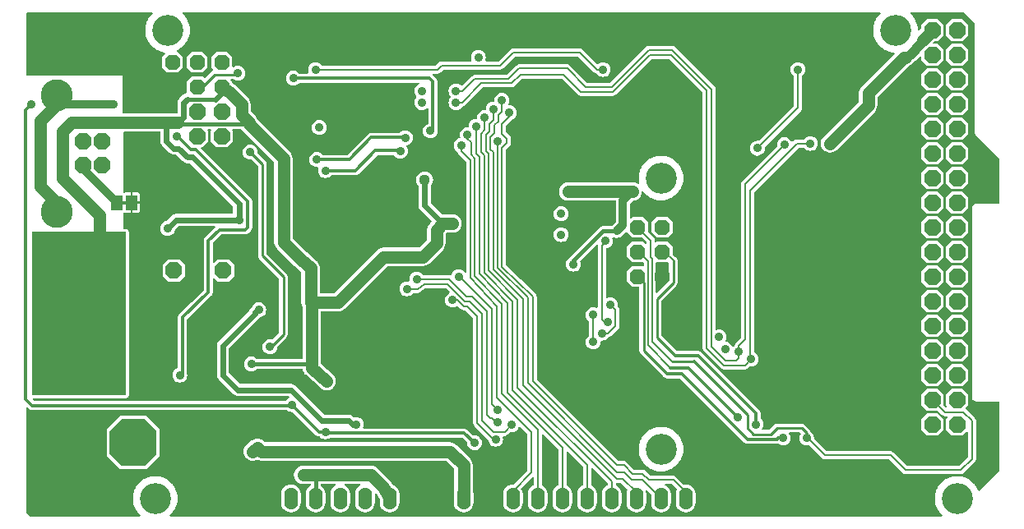
<source format=gbl>
G04*
G04 #@! TF.GenerationSoftware,Altium Limited,Altium Designer,24.1.2 (44)*
G04*
G04 Layer_Physical_Order=2*
G04 Layer_Color=16711680*
%FSLAX25Y25*%
%MOIN*%
G70*
G04*
G04 #@! TF.SameCoordinates,648C5357-8596-4598-863F-5FE4D4354F98*
G04*
G04*
G04 #@! TF.FilePolarity,Positive*
G04*
G01*
G75*
%ADD10C,0.01600*%
G04:AMPARAMS|DCode=103|XSize=46mil|YSize=63mil|CornerRadius=1.84mil|HoleSize=0mil|Usage=FLASHONLY|Rotation=0.000|XOffset=0mil|YOffset=0mil|HoleType=Round|Shape=RoundedRectangle|*
%AMROUNDEDRECTD103*
21,1,0.04600,0.05932,0,0,0.0*
21,1,0.04232,0.06300,0,0,0.0*
1,1,0.00368,0.02116,-0.02966*
1,1,0.00368,-0.02116,-0.02966*
1,1,0.00368,-0.02116,0.02966*
1,1,0.00368,0.02116,0.02966*
%
%ADD103ROUNDEDRECTD103*%
%ADD111C,0.00800*%
%ADD112C,0.01100*%
%ADD113C,0.01000*%
%ADD115C,0.01200*%
%ADD116C,0.03200*%
%ADD117C,0.02400*%
%ADD118C,0.04000*%
%ADD119C,0.05000*%
G04:AMPARAMS|DCode=120|XSize=190mil|YSize=190mil|CornerRadius=0mil|HoleSize=0mil|Usage=FLASHONLY|Rotation=90.000|XOffset=0mil|YOffset=0mil|HoleType=Round|Shape=Octagon|*
%AMOCTAGOND120*
4,1,8,0.04750,0.09500,-0.04750,0.09500,-0.09500,0.04750,-0.09500,-0.04750,-0.04750,-0.09500,0.04750,-0.09500,0.09500,-0.04750,0.09500,0.04750,0.04750,0.09500,0.0*
%
%ADD120OCTAGOND120*%

%ADD121C,0.08268*%
%ADD122O,0.05600X0.08960*%
%ADD123C,0.12598*%
G04:AMPARAMS|DCode=124|XSize=66mil|YSize=66mil|CornerRadius=0mil|HoleSize=0mil|Usage=FLASHONLY|Rotation=270.000|XOffset=0mil|YOffset=0mil|HoleType=Round|Shape=Octagon|*
%AMOCTAGOND124*
4,1,8,-0.01650,-0.03300,0.01650,-0.03300,0.03300,-0.01650,0.03300,0.01650,0.01650,0.03300,-0.01650,0.03300,-0.03300,0.01650,-0.03300,-0.01650,-0.01650,-0.03300,0.0*
%
%ADD124OCTAGOND124*%

G04:AMPARAMS|DCode=125|XSize=61.02mil|YSize=61.02mil|CornerRadius=0mil|HoleSize=0mil|Usage=FLASHONLY|Rotation=180.000|XOffset=0mil|YOffset=0mil|HoleType=Round|Shape=Octagon|*
%AMOCTAGOND125*
4,1,8,-0.03051,0.01526,-0.03051,-0.01526,-0.01526,-0.03051,0.01526,-0.03051,0.03051,-0.01526,0.03051,0.01526,0.01526,0.03051,-0.01526,0.03051,-0.03051,0.01526,0.0*
%
%ADD125OCTAGOND125*%

%ADD126C,0.12992*%
G04:AMPARAMS|DCode=127|XSize=61.02mil|YSize=61.02mil|CornerRadius=0mil|HoleSize=0mil|Usage=FLASHONLY|Rotation=270.000|XOffset=0mil|YOffset=0mil|HoleType=Round|Shape=Octagon|*
%AMOCTAGOND127*
4,1,8,-0.01526,-0.03051,0.01526,-0.03051,0.03051,-0.01526,0.03051,0.01526,0.01526,0.03051,-0.01526,0.03051,-0.03051,0.01526,-0.03051,-0.01526,-0.01526,-0.03051,0.0*
%
%ADD127OCTAGOND127*%

%ADD128C,0.03600*%
%ADD129C,0.04400*%
G36*
X387277Y202872D02*
Y159000D01*
X387369Y158295D01*
X387642Y157638D01*
X388074Y157074D01*
X397277Y147872D01*
Y129583D01*
X387901D01*
X387238Y129451D01*
X386675Y129076D01*
X386300Y128513D01*
X386168Y127850D01*
Y51050D01*
X386300Y50387D01*
X386675Y49824D01*
X387238Y49449D01*
X387901Y49317D01*
X397101D01*
X397277Y49172D01*
Y21128D01*
X389168Y13019D01*
X389080Y13003D01*
X388585Y13144D01*
X388199Y14076D01*
X388066Y14307D01*
X387947Y14547D01*
X387258Y15578D01*
X387082Y15779D01*
X386919Y15991D01*
X386042Y16868D01*
X385830Y17031D01*
X385629Y17207D01*
X384598Y17896D01*
X384358Y18015D01*
X384127Y18148D01*
X382980Y18623D01*
X382723Y18692D01*
X382470Y18778D01*
X381253Y19020D01*
X380986Y19037D01*
X380721Y19072D01*
X379481D01*
X379216Y19037D01*
X378949Y19020D01*
X377732Y18778D01*
X377479Y18692D01*
X377221Y18623D01*
X376075Y18148D01*
X375844Y18015D01*
X375604Y17896D01*
X374573Y17207D01*
X374372Y17031D01*
X374160Y16868D01*
X373283Y15991D01*
X373120Y15779D01*
X372944Y15578D01*
X372255Y14547D01*
X372136Y14307D01*
X372003Y14076D01*
X371528Y12930D01*
X371459Y12672D01*
X371373Y12419D01*
X371131Y11202D01*
X371113Y10935D01*
X371079Y10670D01*
Y9430D01*
X371113Y9165D01*
X371131Y8898D01*
X371373Y7681D01*
X371459Y7428D01*
X371528Y7170D01*
X372003Y6024D01*
X372136Y5793D01*
X372255Y5553D01*
X372944Y4522D01*
X373120Y4321D01*
X373283Y4109D01*
X374160Y3232D01*
X374171Y3223D01*
X374001Y2723D01*
X61201D01*
X61031Y3223D01*
X61042Y3232D01*
X61919Y4109D01*
X62082Y4321D01*
X62258Y4522D01*
X62947Y5553D01*
X63066Y5793D01*
X63199Y6024D01*
X63674Y7170D01*
X63743Y7428D01*
X63829Y7681D01*
X64071Y8898D01*
X64088Y9165D01*
X64123Y9430D01*
Y10670D01*
X64088Y10935D01*
X64071Y11202D01*
X63829Y12419D01*
X63743Y12672D01*
X63674Y12930D01*
X63199Y14076D01*
X63066Y14307D01*
X62947Y14547D01*
X62258Y15578D01*
X62082Y15779D01*
X61919Y15991D01*
X61042Y16868D01*
X60830Y17031D01*
X60629Y17207D01*
X59598Y17896D01*
X59358Y18015D01*
X59127Y18148D01*
X57981Y18623D01*
X57723Y18692D01*
X57470Y18778D01*
X56253Y19020D01*
X55986Y19037D01*
X55721Y19072D01*
X54481D01*
X54216Y19037D01*
X53949Y19020D01*
X52732Y18778D01*
X52479Y18692D01*
X52222Y18623D01*
X51075Y18148D01*
X50844Y18015D01*
X50604Y17896D01*
X49573Y17207D01*
X49372Y17031D01*
X49160Y16868D01*
X48283Y15991D01*
X48120Y15779D01*
X47944Y15578D01*
X47255Y14547D01*
X47136Y14307D01*
X47003Y14076D01*
X46528Y12930D01*
X46459Y12672D01*
X46373Y12419D01*
X46131Y11202D01*
X46113Y10935D01*
X46079Y10670D01*
Y9430D01*
X46113Y9165D01*
X46131Y8898D01*
X46373Y7681D01*
X46459Y7428D01*
X46528Y7170D01*
X47003Y6024D01*
X47136Y5793D01*
X47255Y5553D01*
X47944Y4522D01*
X48120Y4321D01*
X48283Y4109D01*
X49160Y3232D01*
X49171Y3223D01*
X49001Y2723D01*
X4362D01*
X2723Y4362D01*
Y46979D01*
X3185Y47170D01*
X4003Y46352D01*
X4599Y45954D01*
X5301Y45815D01*
X108586D01*
X109088Y45430D01*
X109818Y45127D01*
X110601Y45024D01*
X110981Y45074D01*
X120303Y35752D01*
X120899Y35354D01*
X121601Y35215D01*
X121728D01*
X121961Y34910D01*
X122588Y34429D01*
X123318Y34127D01*
X124101Y34024D01*
X124884Y34127D01*
X125614Y34429D01*
X125986Y34715D01*
X179404D01*
X181571Y32790D01*
X181544Y32582D01*
X181647Y31799D01*
X181949Y31069D01*
X182430Y30442D01*
X183057Y29961D01*
X183787Y29659D01*
X184570Y29556D01*
X185353Y29659D01*
X186083Y29961D01*
X186710Y30442D01*
X187190Y31069D01*
X187493Y31799D01*
X187596Y32582D01*
X187493Y33365D01*
X187190Y34095D01*
X186710Y34722D01*
X186083Y35203D01*
X185353Y35505D01*
X184570Y35608D01*
X184009Y35534D01*
X181319Y37922D01*
X181056Y38076D01*
X180803Y38246D01*
X180749Y38256D01*
X180702Y38284D01*
X180400Y38326D01*
X180101Y38385D01*
X139700D01*
X139366Y38885D01*
X139524Y39267D01*
X139627Y40050D01*
X139524Y40833D01*
X139222Y41563D01*
X138741Y42190D01*
X138114Y42671D01*
X137384Y42973D01*
X136601Y43076D01*
X135818Y42973D01*
X135691Y42920D01*
X135331Y43280D01*
X134537Y43811D01*
X133601Y43997D01*
X123615D01*
X111831Y55780D01*
X111037Y56311D01*
X110101Y56497D01*
X89615D01*
X85048Y61064D01*
Y71036D01*
X97331Y83320D01*
X97503Y83577D01*
X97884Y83627D01*
X98614Y83930D01*
X99241Y84410D01*
X99721Y85037D01*
X100024Y85767D01*
X100127Y86550D01*
X100024Y87333D01*
X99721Y88063D01*
X99241Y88690D01*
X98614Y89170D01*
X97884Y89473D01*
X97101Y89576D01*
X96318Y89473D01*
X95588Y89170D01*
X94961Y88690D01*
X94481Y88063D01*
X94298Y87622D01*
X94244Y87586D01*
X94072Y87415D01*
X93871Y87280D01*
X93738Y87081D01*
X93568Y86912D01*
X93475Y86688D01*
X93340Y86486D01*
X93293Y86251D01*
X93259Y86169D01*
X80871Y73780D01*
X80340Y72986D01*
X80154Y72050D01*
Y60050D01*
X80340Y59114D01*
X80871Y58320D01*
X86871Y52320D01*
X87665Y51789D01*
X88601Y51603D01*
X109087D01*
X109429Y51262D01*
X109331Y50771D01*
X109088Y50670D01*
X108461Y50190D01*
X107981Y49563D01*
X107948Y49485D01*
X6061D01*
X5320Y50226D01*
X5527Y50726D01*
X43201D01*
X43669Y50820D01*
X44066Y51085D01*
X44331Y51482D01*
X44425Y51950D01*
Y118150D01*
X44331Y118618D01*
X44066Y119015D01*
X43669Y119280D01*
X43201Y119374D01*
X42195D01*
X42183Y123251D01*
X42176Y125764D01*
X42257Y125780D01*
X42715Y126086D01*
X42817Y126107D01*
X43023Y125969D01*
X43485Y125877D01*
X45201D01*
Y130050D01*
Y134223D01*
X43485D01*
X43023Y134131D01*
X42817Y133993D01*
X42715Y134014D01*
X42257Y134320D01*
X42149Y134341D01*
X42074Y158464D01*
X42427Y158818D01*
X57154D01*
Y155050D01*
X57340Y154114D01*
X57871Y153320D01*
X60871Y150320D01*
X61665Y149789D01*
X62601Y149603D01*
X63587D01*
X66371Y146820D01*
X67165Y146289D01*
X68101Y146103D01*
X69087D01*
X86654Y128536D01*
Y125497D01*
X63601D01*
X62665Y125311D01*
X61871Y124780D01*
X59600Y122510D01*
X59318Y122473D01*
X58588Y122170D01*
X57961Y121690D01*
X57481Y121063D01*
X57178Y120333D01*
X57075Y119550D01*
X57178Y118767D01*
X57481Y118037D01*
X57961Y117410D01*
X58588Y116929D01*
X59318Y116627D01*
X60101Y116524D01*
X60884Y116627D01*
X61614Y116929D01*
X62241Y117410D01*
X62722Y118037D01*
X63024Y118767D01*
X63061Y119049D01*
X64615Y120603D01*
X79351D01*
X79558Y120103D01*
X75303Y115848D01*
X74905Y115252D01*
X74766Y114550D01*
Y94336D01*
X64835Y84879D01*
X64822Y84860D01*
X64803Y84848D01*
X64617Y84569D01*
X64423Y84294D01*
X64418Y84271D01*
X64405Y84252D01*
X64340Y83923D01*
X64266Y83595D01*
X64270Y83572D01*
X64266Y83550D01*
Y62951D01*
X63588Y62670D01*
X62961Y62190D01*
X62480Y61563D01*
X62178Y60833D01*
X62075Y60050D01*
X62178Y59267D01*
X62480Y58537D01*
X62961Y57910D01*
X63588Y57429D01*
X64318Y57127D01*
X65101Y57024D01*
X65884Y57127D01*
X66614Y57429D01*
X67241Y57910D01*
X67721Y58537D01*
X68024Y59267D01*
X68127Y60050D01*
X68024Y60833D01*
X67936Y61045D01*
Y82763D01*
X77867Y92221D01*
X77880Y92240D01*
X77899Y92252D01*
X78085Y92532D01*
X78279Y92807D01*
X78284Y92829D01*
X78297Y92848D01*
X78362Y93177D01*
X78436Y93505D01*
X78432Y93528D01*
X78436Y93550D01*
Y99312D01*
X78898Y99503D01*
X80351Y98050D01*
X84851D01*
X87101Y100300D01*
Y104800D01*
X84851Y107050D01*
X80351D01*
X78898Y105597D01*
X78436Y105789D01*
Y113790D01*
X81861Y117215D01*
X91601D01*
X92303Y117354D01*
X92899Y117752D01*
X93899Y118752D01*
X94297Y119348D01*
X94436Y120050D01*
Y130493D01*
X94297Y131195D01*
X93899Y131791D01*
X73601Y152088D01*
X73793Y152550D01*
X74351D01*
X76601Y154800D01*
Y159300D01*
X76352Y159549D01*
X76543Y160011D01*
X77658D01*
X77850Y159549D01*
X77601Y159300D01*
Y154800D01*
X79851Y152550D01*
X84351D01*
X86601Y154800D01*
Y159300D01*
X86352Y159549D01*
X86544Y160011D01*
X90002D01*
X90462Y159411D01*
X94462Y155411D01*
X94462Y155411D01*
X103369Y146504D01*
Y114050D01*
X103496Y113084D01*
X103869Y112184D01*
X104462Y111411D01*
X107962Y107911D01*
X111462Y104411D01*
X111561Y104335D01*
X111644Y104241D01*
X114369Y101857D01*
Y89550D01*
X114496Y88584D01*
X114869Y87684D01*
X114869Y87684D01*
Y66589D01*
X96318D01*
X96241Y66690D01*
X95614Y67171D01*
X94884Y67473D01*
X94101Y67576D01*
X93318Y67473D01*
X92588Y67171D01*
X91961Y66690D01*
X91480Y66063D01*
X91178Y65333D01*
X91075Y64550D01*
X91178Y63767D01*
X91480Y63037D01*
X91961Y62410D01*
X92588Y61930D01*
X93318Y61627D01*
X94101Y61524D01*
X94884Y61627D01*
X95614Y61930D01*
X96241Y62410D01*
X96318Y62511D01*
X114939D01*
X114943Y62488D01*
X114996Y62084D01*
X115027Y62009D01*
X115042Y61928D01*
X115213Y61560D01*
X115369Y61184D01*
X115419Y61119D01*
X115453Y61045D01*
X115715Y60734D01*
X115962Y60411D01*
X116027Y60361D01*
X116079Y60299D01*
X122079Y54799D01*
X122877Y54240D01*
X123793Y53907D01*
X124763Y53822D01*
X125723Y53991D01*
X126606Y54402D01*
X127352Y55028D01*
X127911Y55826D01*
X128244Y56742D01*
X128329Y57712D01*
X128160Y58672D01*
X127749Y59555D01*
X127123Y60301D01*
X122333Y64692D01*
Y85818D01*
X129101D01*
X130067Y85945D01*
X130967Y86318D01*
X131740Y86911D01*
X149147Y104318D01*
X163601D01*
X164567Y104445D01*
X165467Y104818D01*
X166240Y105411D01*
X171740Y110911D01*
X172333Y111684D01*
X172706Y112584D01*
X172833Y113550D01*
Y117504D01*
X173147Y117818D01*
X175601D01*
X176567Y117945D01*
X177467Y118318D01*
X178240Y118911D01*
X178833Y119684D01*
X179206Y120584D01*
X179333Y121550D01*
X179206Y122516D01*
X178833Y123416D01*
X178240Y124189D01*
X177467Y124782D01*
X176567Y125155D01*
X175601Y125282D01*
X171601D01*
X171361Y125250D01*
X166748Y129864D01*
Y136854D01*
X167271Y137535D01*
X167613Y138362D01*
X167730Y139250D01*
X167613Y140138D01*
X167271Y140965D01*
X166726Y141675D01*
X166016Y142220D01*
X165189Y142562D01*
X164301Y142679D01*
X163413Y142562D01*
X162586Y142220D01*
X161876Y141675D01*
X161331Y140965D01*
X160988Y140138D01*
X160872Y139250D01*
X160988Y138362D01*
X161331Y137535D01*
X161854Y136854D01*
Y128850D01*
X162040Y127914D01*
X162571Y127120D01*
X167232Y122459D01*
X166462Y121689D01*
X165869Y120916D01*
X165496Y120016D01*
X165369Y119050D01*
Y115096D01*
X162055Y111782D01*
X147601D01*
X146635Y111655D01*
X145735Y111282D01*
X144962Y110689D01*
X127555Y93282D01*
X121833D01*
Y103550D01*
X121817Y103674D01*
X121825Y103798D01*
X121753Y104155D01*
X121706Y104516D01*
X121658Y104631D01*
X121634Y104753D01*
X121472Y105080D01*
X121333Y105416D01*
X121257Y105515D01*
X121202Y105627D01*
X120961Y105900D01*
X120740Y106189D01*
X120641Y106265D01*
X120559Y106359D01*
X116652Y109777D01*
X113240Y113189D01*
X110833Y115596D01*
Y148050D01*
X110706Y149016D01*
X110333Y149916D01*
X109740Y150689D01*
X99740Y160689D01*
X99740Y160689D01*
X96559Y163869D01*
X96333Y164416D01*
X95740Y165189D01*
X93833Y167096D01*
Y170050D01*
X93706Y171016D01*
X93333Y171916D01*
X92740Y172689D01*
X87740Y177689D01*
X87379Y177966D01*
X87021Y178250D01*
X86352Y178651D01*
Y179175D01*
X85673Y179855D01*
X85864Y180317D01*
X86583D01*
X87088Y179929D01*
X87818Y179627D01*
X88601Y179524D01*
X89384Y179627D01*
X90114Y179929D01*
X90741Y180410D01*
X91221Y181037D01*
X91524Y181767D01*
X91627Y182550D01*
X91524Y183333D01*
X91221Y184063D01*
X90741Y184690D01*
X90114Y185170D01*
X89384Y185473D01*
X88601Y185576D01*
X87818Y185473D01*
X87088Y185170D01*
X86852Y184989D01*
X86352Y185236D01*
Y189175D01*
X84227Y191301D01*
X79975D01*
X77850Y189175D01*
Y184924D01*
X78592Y184183D01*
X78497Y183697D01*
X78425Y183643D01*
X77875Y183276D01*
X75064Y180464D01*
X74226Y181301D01*
X69976D01*
X67850Y179175D01*
Y174925D01*
X67658Y174409D01*
X67165Y174311D01*
X66371Y173780D01*
X64871Y172280D01*
X64340Y171486D01*
X64154Y170550D01*
Y166328D01*
X64101Y166282D01*
X42050D01*
X42002Y181750D01*
X2723D01*
Y206183D01*
X2770Y206417D01*
X2861Y206638D01*
X2994Y206837D01*
X3163Y207006D01*
X3362Y207139D01*
X3583Y207230D01*
X3817Y207277D01*
X53871D01*
X53978Y207125D01*
X54068Y206777D01*
X53283Y205991D01*
X53120Y205779D01*
X52944Y205578D01*
X52254Y204547D01*
X52136Y204307D01*
X52003Y204076D01*
X51528Y202929D01*
X51459Y202672D01*
X51373Y202419D01*
X51131Y201202D01*
X51113Y200935D01*
X51079Y200670D01*
Y199430D01*
X51113Y199165D01*
X51131Y198898D01*
X51373Y197681D01*
X51459Y197428D01*
X51528Y197170D01*
X52003Y196024D01*
X52136Y195793D01*
X52254Y195553D01*
X52944Y194522D01*
X53120Y194321D01*
X53283Y194109D01*
X54160Y193232D01*
X54372Y193069D01*
X54573Y192893D01*
X55604Y192203D01*
X55844Y192085D01*
X56075Y191952D01*
X57222Y191477D01*
X57479Y191408D01*
X57732Y191322D01*
X58949Y191080D01*
X59041Y191074D01*
X59227Y190676D01*
X59231Y190556D01*
X57850Y189175D01*
Y184924D01*
X59975Y182799D01*
X64227D01*
X66352Y184924D01*
Y189175D01*
X64227Y191301D01*
X63862D01*
X63763Y191801D01*
X64127Y191952D01*
X64358Y192085D01*
X64598Y192203D01*
X65629Y192893D01*
X65830Y193069D01*
X66042Y193232D01*
X66919Y194109D01*
X67082Y194321D01*
X67258Y194522D01*
X67947Y195553D01*
X68066Y195793D01*
X68199Y196024D01*
X68674Y197170D01*
X68743Y197428D01*
X68829Y197681D01*
X69071Y198898D01*
X69088Y199165D01*
X69123Y199430D01*
Y200670D01*
X69088Y200935D01*
X69071Y201202D01*
X68829Y202419D01*
X68743Y202672D01*
X68674Y202929D01*
X68199Y204076D01*
X68066Y204307D01*
X67947Y204547D01*
X67258Y205578D01*
X67082Y205779D01*
X66919Y205991D01*
X66134Y206777D01*
X66224Y207125D01*
X66331Y207277D01*
X348871D01*
X348978Y207125D01*
X349068Y206777D01*
X348283Y205991D01*
X348120Y205779D01*
X347944Y205578D01*
X347255Y204547D01*
X347136Y204307D01*
X347003Y204076D01*
X346528Y202929D01*
X346459Y202672D01*
X346373Y202419D01*
X346131Y201202D01*
X346113Y200935D01*
X346079Y200670D01*
Y199430D01*
X346113Y199165D01*
X346131Y198898D01*
X346373Y197681D01*
X346459Y197428D01*
X346528Y197170D01*
X347003Y196024D01*
X347136Y195793D01*
X347255Y195553D01*
X347944Y194522D01*
X348120Y194321D01*
X348283Y194109D01*
X349160Y193232D01*
X349372Y193069D01*
X349573Y192893D01*
X350604Y192203D01*
X350844Y192085D01*
X351075Y191952D01*
X352221Y191477D01*
X352479Y191408D01*
X352732Y191322D01*
X353949Y191080D01*
X354216Y191063D01*
X354481Y191028D01*
X354648D01*
X354839Y190566D01*
X341462Y177189D01*
X340869Y176416D01*
X340496Y175516D01*
X340369Y174550D01*
Y171096D01*
X325962Y156689D01*
X325369Y155916D01*
X324996Y155016D01*
X324869Y154050D01*
X324996Y153084D01*
X325369Y152184D01*
X325962Y151411D01*
X326735Y150818D01*
X327635Y150445D01*
X328601Y150318D01*
X329567Y150445D01*
X330467Y150818D01*
X331240Y151411D01*
X346740Y166911D01*
X347333Y167684D01*
X347706Y168584D01*
X347833Y169550D01*
Y173004D01*
X360420Y185592D01*
X360967Y185818D01*
X361740Y186411D01*
X362175Y186979D01*
X362544Y187163D01*
X362625Y187218D01*
X362715Y187255D01*
X362973Y187453D01*
X363242Y187635D01*
X363306Y187709D01*
X363383Y187768D01*
X365139Y189523D01*
X365601Y189332D01*
Y187800D01*
X367851Y185550D01*
X372351D01*
X374601Y187800D01*
Y192300D01*
X372351Y194550D01*
X370532D01*
X370341Y195012D01*
X370879Y195550D01*
X372351D01*
X374601Y197800D01*
Y202300D01*
X372351Y204550D01*
X367851D01*
X365601Y202300D01*
Y200828D01*
X364623Y199850D01*
X364136Y200045D01*
X364123Y200057D01*
Y200670D01*
X364088Y200935D01*
X364071Y201202D01*
X363829Y202419D01*
X363743Y202672D01*
X363674Y202929D01*
X363199Y204076D01*
X363066Y204307D01*
X362947Y204547D01*
X362258Y205578D01*
X362082Y205779D01*
X361919Y205991D01*
X361134Y206777D01*
X361224Y207125D01*
X361331Y207277D01*
X382872D01*
X387277Y202872D01*
D02*
G37*
G36*
X43201Y51950D02*
X5301D01*
Y118150D01*
X43201D01*
Y51950D01*
D02*
G37*
%LPC*%
G36*
X382351Y204550D02*
X377851D01*
X375601Y202300D01*
Y197800D01*
X377851Y195550D01*
X382351D01*
X384601Y197800D01*
Y202300D01*
X382351Y204550D01*
D02*
G37*
G36*
X227101Y192681D02*
X200301D01*
X199677Y192557D01*
X199147Y192203D01*
X194225Y187281D01*
X189119D01*
X188823Y187781D01*
X189024Y188267D01*
X189127Y189050D01*
X189024Y189833D01*
X188722Y190563D01*
X188241Y191190D01*
X187614Y191671D01*
X186884Y191973D01*
X186101Y192076D01*
X185318Y191973D01*
X184588Y191671D01*
X183961Y191190D01*
X183481Y190563D01*
X183178Y189833D01*
X183075Y189050D01*
X183178Y188267D01*
X183379Y187781D01*
X183083Y187281D01*
X171201D01*
X170577Y187157D01*
X170047Y186803D01*
X168925Y185681D01*
X122631D01*
X122241Y186190D01*
X121614Y186670D01*
X120884Y186973D01*
X120101Y187076D01*
X119318Y186973D01*
X118588Y186670D01*
X117961Y186190D01*
X117481Y185563D01*
X117178Y184833D01*
X117075Y184050D01*
X117178Y183267D01*
X117336Y182885D01*
X117002Y182385D01*
X113474D01*
X113241Y182690D01*
X112614Y183170D01*
X111884Y183473D01*
X111101Y183576D01*
X110318Y183473D01*
X109588Y183170D01*
X108961Y182690D01*
X108481Y182063D01*
X108178Y181333D01*
X108075Y180550D01*
X108178Y179767D01*
X108481Y179037D01*
X108961Y178410D01*
X109588Y177929D01*
X110318Y177627D01*
X111101Y177524D01*
X111884Y177627D01*
X112614Y177929D01*
X113241Y178410D01*
X113474Y178715D01*
X162178D01*
X162278Y178215D01*
X161688Y177971D01*
X161061Y177490D01*
X160581Y176863D01*
X160278Y176133D01*
X160175Y175350D01*
X160278Y174567D01*
X160581Y173837D01*
X160960Y173342D01*
X161023Y173000D01*
X160960Y172658D01*
X160581Y172163D01*
X160278Y171433D01*
X160175Y170650D01*
X160278Y169867D01*
X160581Y169137D01*
X161061Y168510D01*
X161688Y168029D01*
X162418Y167727D01*
X163201Y167624D01*
X163984Y167727D01*
X164714Y168029D01*
X165266Y168453D01*
X165766Y168323D01*
Y162051D01*
X165088Y161770D01*
X164461Y161290D01*
X163980Y160663D01*
X163678Y159933D01*
X163575Y159150D01*
X163678Y158367D01*
X163980Y157637D01*
X164461Y157010D01*
X165088Y156529D01*
X165818Y156227D01*
X166601Y156124D01*
X167384Y156227D01*
X168114Y156529D01*
X168741Y157010D01*
X169221Y157637D01*
X169524Y158367D01*
X169627Y159150D01*
X169524Y159933D01*
X169422Y160179D01*
X169436Y160250D01*
Y179150D01*
X169297Y179852D01*
X168899Y180448D01*
X167499Y181848D01*
X167393Y181919D01*
X167544Y182419D01*
X169601D01*
X170225Y182543D01*
X170755Y182896D01*
X171877Y184019D01*
X194901D01*
X195525Y184143D01*
X196054Y184496D01*
X200977Y189419D01*
X226425D01*
X232947Y182896D01*
X233477Y182543D01*
X234066Y182426D01*
X234461Y181910D01*
X235088Y181430D01*
X235818Y181127D01*
X236601Y181024D01*
X237384Y181127D01*
X238114Y181430D01*
X238741Y181910D01*
X239222Y182537D01*
X239524Y183267D01*
X239627Y184050D01*
X239524Y184833D01*
X239222Y185563D01*
X238741Y186190D01*
X238114Y186670D01*
X237384Y186973D01*
X236601Y187076D01*
X235818Y186973D01*
X235088Y186670D01*
X234461Y186190D01*
X234280Y186178D01*
X228255Y192203D01*
X227725Y192557D01*
X227101Y192681D01*
D02*
G37*
G36*
X382351Y194550D02*
X377851D01*
X375601Y192300D01*
Y187800D01*
X377851Y185550D01*
X382351D01*
X384601Y187800D01*
Y192300D01*
X382351Y194550D01*
D02*
G37*
G36*
X74226Y191301D02*
X69976D01*
X67850Y189175D01*
Y184924D01*
X69976Y182799D01*
X74226D01*
X76352Y184924D01*
Y189175D01*
X74226Y191301D01*
D02*
G37*
G36*
X382351Y184550D02*
X377851D01*
X375601Y182300D01*
Y177800D01*
X377851Y175550D01*
X382351D01*
X384601Y177800D01*
Y182300D01*
X382351Y184550D01*
D02*
G37*
G36*
X372351D02*
X367851D01*
X365601Y182300D01*
Y177800D01*
X367851Y175550D01*
X372351D01*
X374601Y177800D01*
Y182300D01*
X372351Y184550D01*
D02*
G37*
G36*
X195601Y174576D02*
X194818Y174473D01*
X194088Y174170D01*
X193461Y173690D01*
X192981Y173063D01*
X192678Y172333D01*
X192575Y171550D01*
X192593Y171411D01*
X192240Y171058D01*
X192101Y171076D01*
X191318Y170973D01*
X190588Y170670D01*
X189961Y170190D01*
X189480Y169563D01*
X189178Y168833D01*
X189075Y168050D01*
X189093Y167911D01*
X188740Y167558D01*
X188601Y167576D01*
X187818Y167473D01*
X187088Y167171D01*
X186461Y166690D01*
X185980Y166063D01*
X185678Y165333D01*
X185575Y164550D01*
X185593Y164411D01*
X185240Y164058D01*
X185101Y164076D01*
X184318Y163973D01*
X183588Y163671D01*
X182961Y163190D01*
X182481Y162563D01*
X182178Y161833D01*
X182075Y161050D01*
X182093Y160911D01*
X181740Y160558D01*
X181601Y160576D01*
X180818Y160473D01*
X180088Y160170D01*
X179461Y159690D01*
X178981Y159063D01*
X178678Y158333D01*
X178575Y157550D01*
X178678Y156767D01*
X178734Y156632D01*
X178509Y156243D01*
X178379Y156184D01*
X177656Y155884D01*
X177029Y155403D01*
X176548Y154777D01*
X176246Y154047D01*
X176143Y153263D01*
X176246Y152480D01*
X176548Y151751D01*
X177029Y151124D01*
X177532Y150738D01*
X177586Y150446D01*
X177592Y150437D01*
X177594Y150426D01*
X177765Y150170D01*
X177932Y149912D01*
X181170Y146587D01*
Y101768D01*
X180918Y101653D01*
X180670Y101630D01*
X180241Y102190D01*
X179614Y102671D01*
X178884Y102973D01*
X178101Y103076D01*
X177318Y102973D01*
X176588Y102671D01*
X175961Y102190D01*
X175480Y101563D01*
X175186Y100851D01*
X175127Y100739D01*
X174965Y100666D01*
X174640Y100574D01*
X174101Y100681D01*
X163631D01*
X163241Y101190D01*
X162614Y101671D01*
X161884Y101973D01*
X161101Y102076D01*
X160318Y101973D01*
X159588Y101671D01*
X158961Y101190D01*
X158481Y100563D01*
X158178Y99833D01*
X158075Y99050D01*
X158161Y98399D01*
X158041Y98215D01*
X157936Y98110D01*
X157752Y97990D01*
X157101Y98076D01*
X156318Y97973D01*
X155588Y97671D01*
X154961Y97190D01*
X154481Y96563D01*
X154178Y95833D01*
X154075Y95050D01*
X154178Y94267D01*
X154481Y93537D01*
X154961Y92910D01*
X155588Y92430D01*
X156318Y92127D01*
X157101Y92024D01*
X157884Y92127D01*
X158614Y92430D01*
X159241Y92910D01*
X159631Y93419D01*
X161601D01*
X161826Y93463D01*
X162055Y93483D01*
X162136Y93525D01*
X162225Y93543D01*
X162416Y93670D01*
X162620Y93776D01*
X164673Y95419D01*
X172925D01*
X174473Y93871D01*
X174355Y93281D01*
X174088Y93170D01*
X173461Y92690D01*
X172980Y92063D01*
X172678Y91333D01*
X172575Y90550D01*
X172678Y89767D01*
X172980Y89037D01*
X173461Y88410D01*
X174088Y87929D01*
X174818Y87627D01*
X175601Y87524D01*
X176384Y87627D01*
X177114Y87929D01*
X177567Y88277D01*
X178947Y86897D01*
X179477Y86543D01*
X180101Y86419D01*
X180925D01*
X183970Y83374D01*
Y40550D01*
X184094Y39926D01*
X184448Y39397D01*
X190118Y33726D01*
X190178Y33267D01*
X190480Y32537D01*
X190961Y31910D01*
X191588Y31429D01*
X192318Y31127D01*
X193101Y31024D01*
X193884Y31127D01*
X194614Y31429D01*
X195241Y31910D01*
X195721Y32537D01*
X196024Y33267D01*
X196127Y34050D01*
X196024Y34833D01*
X195954Y35003D01*
X196231Y35419D01*
X196739D01*
X197363Y35543D01*
X197892Y35897D01*
X198966Y36970D01*
X199601Y36886D01*
X200384Y36989D01*
X201114Y37291D01*
X201741Y37772D01*
X202221Y38399D01*
X202524Y39129D01*
X202530Y39179D01*
X203004Y39340D01*
X205970Y36374D01*
Y21226D01*
X200461Y15717D01*
X200101Y15765D01*
X199057Y15627D01*
X198084Y15224D01*
X197248Y14583D01*
X196607Y13747D01*
X196204Y12774D01*
X196066Y11730D01*
Y8370D01*
X196204Y7326D01*
X196607Y6353D01*
X197248Y5517D01*
X198084Y4876D01*
X199057Y4473D01*
X200101Y4335D01*
X201145Y4473D01*
X202118Y4876D01*
X202954Y5517D01*
X203595Y6353D01*
X203998Y7326D01*
X204135Y8370D01*
Y11730D01*
X203998Y12774D01*
X203595Y13747D01*
X203382Y14024D01*
X208008Y18650D01*
X208470Y18458D01*
Y15384D01*
X208084Y15224D01*
X207248Y14583D01*
X206607Y13747D01*
X206204Y12774D01*
X206066Y11730D01*
Y8370D01*
X206204Y7326D01*
X206607Y6353D01*
X207248Y5517D01*
X208084Y4876D01*
X209057Y4473D01*
X210101Y4335D01*
X211145Y4473D01*
X212118Y4876D01*
X212954Y5517D01*
X213595Y6353D01*
X213998Y7326D01*
X214136Y8370D01*
Y11730D01*
X213998Y12774D01*
X213595Y13747D01*
X212954Y14583D01*
X212118Y15224D01*
X211732Y15384D01*
Y36158D01*
X212194Y36350D01*
X218470Y30074D01*
Y15384D01*
X218084Y15224D01*
X217248Y14583D01*
X216607Y13747D01*
X216204Y12774D01*
X216067Y11730D01*
Y8370D01*
X216204Y7326D01*
X216607Y6353D01*
X217248Y5517D01*
X218084Y4876D01*
X219057Y4473D01*
X220101Y4335D01*
X221145Y4473D01*
X222118Y4876D01*
X222954Y5517D01*
X223595Y6353D01*
X223998Y7326D01*
X224135Y8370D01*
Y11730D01*
X223998Y12774D01*
X223595Y13747D01*
X222954Y14583D01*
X222118Y15224D01*
X221732Y15384D01*
Y29158D01*
X222194Y29350D01*
X228470Y23074D01*
Y15384D01*
X228084Y15224D01*
X227248Y14583D01*
X226607Y13747D01*
X226204Y12774D01*
X226066Y11730D01*
Y8370D01*
X226204Y7326D01*
X226607Y6353D01*
X227248Y5517D01*
X228084Y4876D01*
X229057Y4473D01*
X230101Y4335D01*
X231145Y4473D01*
X232118Y4876D01*
X232954Y5517D01*
X233595Y6353D01*
X233998Y7326D01*
X234136Y8370D01*
Y11730D01*
X233998Y12774D01*
X233595Y13747D01*
X232954Y14583D01*
X232118Y15224D01*
X231732Y15384D01*
Y22258D01*
X232194Y22450D01*
X238470Y16174D01*
Y15384D01*
X238084Y15224D01*
X237248Y14583D01*
X236607Y13747D01*
X236204Y12774D01*
X236067Y11730D01*
Y8370D01*
X236204Y7326D01*
X236607Y6353D01*
X237248Y5517D01*
X238084Y4876D01*
X239057Y4473D01*
X240101Y4335D01*
X241145Y4473D01*
X242118Y4876D01*
X242954Y5517D01*
X243595Y6353D01*
X243998Y7326D01*
X244135Y8370D01*
Y11730D01*
X243998Y12774D01*
X243595Y13747D01*
X242954Y14583D01*
X242118Y15224D01*
X241732Y15384D01*
Y16116D01*
X242101Y16419D01*
X242101Y16419D01*
X243925D01*
X246604Y13740D01*
X246204Y12774D01*
X246066Y11730D01*
Y8370D01*
X246204Y7326D01*
X246607Y6353D01*
X247248Y5517D01*
X248084Y4876D01*
X249057Y4473D01*
X250101Y4335D01*
X251145Y4473D01*
X252118Y4876D01*
X252954Y5517D01*
X253595Y6353D01*
X253998Y7326D01*
X254135Y8370D01*
Y11730D01*
X253998Y12774D01*
X253740Y13397D01*
X254164Y13680D01*
X256072Y11772D01*
X256066Y11730D01*
Y8370D01*
X256204Y7326D01*
X256607Y6353D01*
X257248Y5517D01*
X258084Y4876D01*
X259057Y4473D01*
X260101Y4335D01*
X261145Y4473D01*
X262118Y4876D01*
X262954Y5517D01*
X263595Y6353D01*
X263998Y7326D01*
X264136Y8370D01*
Y11730D01*
X263998Y12774D01*
X263595Y13747D01*
X262954Y14583D01*
X262118Y15224D01*
X261648Y15419D01*
X261748Y15919D01*
X264425D01*
X266604Y13740D01*
X266204Y12774D01*
X266067Y11730D01*
Y8370D01*
X266204Y7326D01*
X266607Y6353D01*
X267248Y5517D01*
X268084Y4876D01*
X269057Y4473D01*
X270101Y4335D01*
X271145Y4473D01*
X272118Y4876D01*
X272954Y5517D01*
X273595Y6353D01*
X273998Y7326D01*
X274135Y8370D01*
Y11730D01*
X273998Y12774D01*
X273595Y13747D01*
X272954Y14583D01*
X272118Y15224D01*
X271145Y15627D01*
X270101Y15765D01*
X269299Y15659D01*
X266254Y18703D01*
X265725Y19057D01*
X265101Y19181D01*
X255777D01*
X253754Y21204D01*
X253225Y21557D01*
X252601Y21681D01*
X249277D01*
X246254Y24703D01*
X245725Y25057D01*
X245101Y25181D01*
X242777D01*
X209732Y58226D01*
Y92050D01*
X209730Y92063D01*
X209732Y92077D01*
X209668Y92375D01*
X209608Y92674D01*
X209601Y92686D01*
X209598Y92699D01*
X209424Y92949D01*
X209255Y93204D01*
X209243Y93211D01*
X209236Y93222D01*
X197332Y104742D01*
Y151574D01*
X198755Y152997D01*
X199108Y153526D01*
X199232Y154150D01*
Y156050D01*
X199108Y156674D01*
X198755Y157203D01*
X197232Y158726D01*
Y161374D01*
X199557Y163699D01*
X200114Y163929D01*
X200741Y164410D01*
X201221Y165037D01*
X201524Y165767D01*
X201627Y166550D01*
X201524Y167333D01*
X201221Y168063D01*
X200741Y168690D01*
X200114Y169170D01*
X199384Y169473D01*
X198601Y169576D01*
X198486Y169561D01*
X198216Y170029D01*
X198222Y170037D01*
X198524Y170767D01*
X198627Y171550D01*
X198524Y172333D01*
X198222Y173063D01*
X197741Y173690D01*
X197114Y174170D01*
X196384Y174473D01*
X195601Y174576D01*
D02*
G37*
G36*
X382351Y174550D02*
X377851D01*
X375601Y172300D01*
Y167800D01*
X377851Y165550D01*
X382351D01*
X384601Y167800D01*
Y172300D01*
X382351Y174550D01*
D02*
G37*
G36*
X372351D02*
X367851D01*
X365601Y172300D01*
Y167800D01*
X367851Y165550D01*
X372351D01*
X374601Y167800D01*
Y172300D01*
X372351Y174550D01*
D02*
G37*
G36*
X121601Y163576D02*
X120818Y163473D01*
X120088Y163171D01*
X119461Y162690D01*
X118981Y162063D01*
X118678Y161333D01*
X118575Y160550D01*
X118678Y159767D01*
X118981Y159037D01*
X119461Y158410D01*
X120088Y157930D01*
X120818Y157627D01*
X121601Y157524D01*
X122384Y157627D01*
X123114Y157930D01*
X123741Y158410D01*
X124222Y159037D01*
X124524Y159767D01*
X124627Y160550D01*
X124524Y161333D01*
X124222Y162063D01*
X123741Y162690D01*
X123114Y163171D01*
X122384Y163473D01*
X121601Y163576D01*
D02*
G37*
G36*
X382351Y164550D02*
X377851D01*
X375601Y162300D01*
Y157800D01*
X377851Y155550D01*
X382351D01*
X384601Y157800D01*
Y162300D01*
X382351Y164550D01*
D02*
G37*
G36*
X372351D02*
X367851D01*
X365601Y162300D01*
Y157800D01*
X367851Y155550D01*
X372351D01*
X374601Y157800D01*
Y162300D01*
X372351Y164550D01*
D02*
G37*
G36*
X315601Y187076D02*
X314818Y186973D01*
X314088Y186670D01*
X313461Y186190D01*
X312981Y185563D01*
X312678Y184833D01*
X312575Y184050D01*
X312678Y183267D01*
X312981Y182537D01*
X313461Y181910D01*
X313970Y181520D01*
Y169226D01*
X299799Y155055D01*
X299164Y155139D01*
X298381Y155036D01*
X297651Y154734D01*
X297024Y154253D01*
X296544Y153626D01*
X296241Y152896D01*
X296138Y152113D01*
X296241Y151330D01*
X296544Y150600D01*
X297024Y149973D01*
X297651Y149493D01*
X298381Y149190D01*
X299164Y149087D01*
X299947Y149190D01*
X300677Y149493D01*
X301304Y149973D01*
X301784Y150600D01*
X302087Y151330D01*
X302190Y152113D01*
X302106Y152748D01*
X316755Y167396D01*
X317108Y167926D01*
X317232Y168550D01*
Y181520D01*
X317741Y181910D01*
X318221Y182537D01*
X318524Y183267D01*
X318627Y184050D01*
X318524Y184833D01*
X318221Y185563D01*
X317741Y186190D01*
X317114Y186670D01*
X316384Y186973D01*
X315601Y187076D01*
D02*
G37*
G36*
X264601Y193681D02*
X255101D01*
X254477Y193557D01*
X253947Y193203D01*
X239425Y178681D01*
X230277D01*
X223254Y185704D01*
X222725Y186057D01*
X222101Y186181D01*
X202601D01*
X201977Y186057D01*
X201448Y185704D01*
X197625Y181881D01*
X184601D01*
X183977Y181757D01*
X183448Y181404D01*
X179509Y177465D01*
X179141Y177490D01*
X178514Y177971D01*
X177784Y178273D01*
X177001Y178376D01*
X176218Y178273D01*
X175488Y177971D01*
X174861Y177490D01*
X174381Y176863D01*
X174078Y176133D01*
X173975Y175350D01*
X174078Y174567D01*
X174381Y173837D01*
X174760Y173342D01*
X174823Y173000D01*
X174760Y172658D01*
X174381Y172163D01*
X174078Y171433D01*
X173975Y170650D01*
X174078Y169867D01*
X174381Y169137D01*
X174861Y168510D01*
X175488Y168029D01*
X176218Y167727D01*
X177001Y167624D01*
X177784Y167727D01*
X178514Y168029D01*
X179141Y168510D01*
X179536Y169026D01*
X180125Y169143D01*
X180655Y169497D01*
X187977Y176819D01*
X199501D01*
X200125Y176943D01*
X200655Y177296D01*
X203777Y180419D01*
X219925D01*
X226448Y173897D01*
X226977Y173543D01*
X227601Y173419D01*
X240601D01*
X241225Y173543D01*
X241755Y173897D01*
X256277Y188419D01*
X263425D01*
X276970Y174874D01*
Y71050D01*
X277094Y70426D01*
X277448Y69897D01*
X284448Y62897D01*
X284977Y62543D01*
X285601Y62419D01*
X294101D01*
X294725Y62543D01*
X295254Y62897D01*
X295966Y63608D01*
X296601Y63524D01*
X297384Y63627D01*
X298114Y63929D01*
X298741Y64410D01*
X299221Y65037D01*
X299524Y65767D01*
X299627Y66550D01*
X299524Y67333D01*
X299221Y68063D01*
X298741Y68690D01*
X298114Y69170D01*
X297732Y69329D01*
Y134374D01*
X315777Y152419D01*
X318071D01*
X318461Y151910D01*
X319088Y151429D01*
X319818Y151127D01*
X320601Y151024D01*
X321384Y151127D01*
X322114Y151429D01*
X322741Y151910D01*
X323221Y152537D01*
X323524Y153267D01*
X323627Y154050D01*
X323524Y154833D01*
X323221Y155563D01*
X322741Y156190D01*
X322114Y156670D01*
X321384Y156973D01*
X320601Y157076D01*
X319818Y156973D01*
X319088Y156670D01*
X318461Y156190D01*
X318071Y155681D01*
X315101D01*
X314477Y155557D01*
X313948Y155203D01*
X313422Y154678D01*
X312832Y154796D01*
X312721Y155063D01*
X312241Y155690D01*
X311614Y156170D01*
X310884Y156473D01*
X310101Y156576D01*
X309318Y156473D01*
X308588Y156170D01*
X307961Y155690D01*
X307481Y155063D01*
X307178Y154333D01*
X307075Y153550D01*
X307159Y152915D01*
X292948Y138704D01*
X292594Y138174D01*
X292470Y137550D01*
Y75226D01*
X290447Y73203D01*
X290094Y72674D01*
X289977Y72085D01*
X289461Y71690D01*
X289433Y71652D01*
X288860Y71728D01*
X288721Y72063D01*
X288241Y72690D01*
X287614Y73171D01*
X286884Y73473D01*
X286461Y73528D01*
X286224Y74032D01*
X286232Y74063D01*
X286524Y74767D01*
X286627Y75550D01*
X286524Y76333D01*
X286222Y77063D01*
X285741Y77690D01*
X285114Y78171D01*
X284384Y78473D01*
X283601Y78576D01*
X282818Y78473D01*
X282648Y78403D01*
X282232Y78680D01*
Y176050D01*
X282108Y176674D01*
X281754Y177204D01*
X265755Y193203D01*
X265225Y193557D01*
X264601Y193681D01*
D02*
G37*
G36*
X156501Y159376D02*
X155718Y159273D01*
X154988Y158970D01*
X154361Y158490D01*
X154204Y158285D01*
X142701D01*
X141999Y158146D01*
X141403Y157748D01*
X133041Y149385D01*
X122974D01*
X122741Y149690D01*
X122114Y150171D01*
X121384Y150473D01*
X120601Y150576D01*
X119818Y150473D01*
X119088Y150171D01*
X118461Y149690D01*
X117981Y149063D01*
X117678Y148333D01*
X117575Y147550D01*
X117678Y146767D01*
X117981Y146037D01*
X118461Y145410D01*
X119088Y144930D01*
X119818Y144627D01*
X120601Y144524D01*
X120942Y144569D01*
X121293Y144111D01*
X121178Y143833D01*
X121075Y143050D01*
X121178Y142267D01*
X121481Y141537D01*
X121961Y140910D01*
X122588Y140429D01*
X123318Y140127D01*
X124101Y140024D01*
X124884Y140127D01*
X125614Y140429D01*
X126241Y140910D01*
X126474Y141215D01*
X136101D01*
X136803Y141354D01*
X137399Y141752D01*
X145061Y149415D01*
X151898D01*
X152361Y148810D01*
X152988Y148329D01*
X153718Y148027D01*
X154501Y147924D01*
X155284Y148027D01*
X156014Y148329D01*
X156641Y148810D01*
X157122Y149437D01*
X157424Y150167D01*
X157527Y150950D01*
X157424Y151733D01*
X157122Y152463D01*
X156816Y152861D01*
X157036Y153395D01*
X157284Y153427D01*
X158014Y153729D01*
X158641Y154210D01*
X159122Y154837D01*
X159424Y155567D01*
X159527Y156350D01*
X159424Y157133D01*
X159122Y157863D01*
X158641Y158490D01*
X158014Y158970D01*
X157284Y159273D01*
X156501Y159376D01*
D02*
G37*
G36*
X382351Y154550D02*
X377851D01*
X375601Y152300D01*
Y147800D01*
X377851Y145550D01*
X382351D01*
X384601Y147800D01*
Y152300D01*
X382351Y154550D01*
D02*
G37*
G36*
X372351D02*
X367851D01*
X365601Y152300D01*
Y147800D01*
X367851Y145550D01*
X372351D01*
X374601Y147800D01*
Y152300D01*
X372351Y154550D01*
D02*
G37*
G36*
X260721Y149072D02*
X259481D01*
X259216Y149037D01*
X258949Y149020D01*
X257732Y148778D01*
X257479Y148692D01*
X257222Y148623D01*
X256075Y148148D01*
X255844Y148015D01*
X255604Y147896D01*
X254573Y147207D01*
X254372Y147031D01*
X254160Y146868D01*
X253283Y145991D01*
X253120Y145779D01*
X252944Y145578D01*
X252255Y144547D01*
X252136Y144307D01*
X252003Y144076D01*
X251528Y142929D01*
X251459Y142672D01*
X251373Y142419D01*
X251131Y141202D01*
X251114Y140935D01*
X251079Y140670D01*
Y139430D01*
X251114Y139165D01*
X251131Y138898D01*
X251365Y137723D01*
X251292Y137634D01*
X250932Y137425D01*
X250467Y137782D01*
X249567Y138155D01*
X248601Y138282D01*
X222501D01*
X221535Y138155D01*
X220635Y137782D01*
X219862Y137189D01*
X219269Y136416D01*
X218896Y135516D01*
X218769Y134550D01*
X218896Y133584D01*
X219269Y132684D01*
X219862Y131911D01*
X220635Y131318D01*
X221535Y130945D01*
X222501Y130818D01*
X241777D01*
Y122220D01*
X240146Y120589D01*
X236601D01*
X235821Y120434D01*
X235159Y119992D01*
X223159Y107992D01*
X222793Y107444D01*
X222461Y107190D01*
X221981Y106563D01*
X221678Y105833D01*
X221575Y105050D01*
X221678Y104267D01*
X221981Y103537D01*
X222461Y102910D01*
X223088Y102429D01*
X223818Y102127D01*
X224601Y102024D01*
X225384Y102127D01*
X226114Y102429D01*
X226741Y102910D01*
X227221Y103537D01*
X227524Y104267D01*
X227627Y105050D01*
X227524Y105833D01*
X227302Y106368D01*
X234068Y113133D01*
X234300Y113041D01*
X234516Y112874D01*
X234509Y112751D01*
X234470Y112550D01*
Y87468D01*
X233970Y87230D01*
X233384Y87473D01*
X232601Y87576D01*
X231818Y87473D01*
X231088Y87170D01*
X230461Y86690D01*
X229980Y86063D01*
X229678Y85333D01*
X229575Y84550D01*
X229678Y83767D01*
X229980Y83037D01*
X230461Y82410D01*
X230970Y82020D01*
Y76080D01*
X230461Y75690D01*
X229980Y75063D01*
X229678Y74333D01*
X229575Y73550D01*
X229678Y72767D01*
X229980Y72037D01*
X230461Y71410D01*
X231088Y70929D01*
X231818Y70627D01*
X232601Y70524D01*
X233384Y70627D01*
X234114Y70929D01*
X234741Y71410D01*
X235222Y72037D01*
X235524Y72767D01*
X235627Y73550D01*
X235609Y73689D01*
X235962Y74042D01*
X236101Y74024D01*
X236884Y74127D01*
X237614Y74430D01*
X238241Y74910D01*
X238636Y75426D01*
X239225Y75543D01*
X239755Y75897D01*
X242755Y78896D01*
X243108Y79426D01*
X243232Y80050D01*
Y86550D01*
X243108Y87174D01*
X242755Y87704D01*
X242543Y87915D01*
X242627Y88550D01*
X242524Y89333D01*
X242221Y90063D01*
X241741Y90690D01*
X241114Y91171D01*
X240384Y91473D01*
X239601Y91576D01*
X238818Y91473D01*
X238232Y91230D01*
X237732Y91468D01*
Y111541D01*
X238384Y111627D01*
X239114Y111930D01*
X239741Y112410D01*
X240222Y113037D01*
X240524Y113767D01*
X240627Y114550D01*
X240524Y115333D01*
X240361Y115725D01*
X240565Y115960D01*
X240757Y116076D01*
X241370Y115822D01*
X242101Y115726D01*
X242832Y115822D01*
X243513Y116104D01*
X244098Y116553D01*
X245888Y118343D01*
X246350Y118152D01*
Y117924D01*
X248476Y115799D01*
X252545D01*
X254270Y114074D01*
Y113411D01*
X253808Y113220D01*
X252727Y114301D01*
X248476D01*
X246350Y112176D01*
Y107924D01*
X248476Y105799D01*
X252727D01*
X253170Y105535D01*
Y104485D01*
X252727Y104301D01*
X248476D01*
X246350Y102175D01*
Y97925D01*
X248476Y95799D01*
X251368D01*
Y70050D01*
X251500Y69387D01*
X251875Y68824D01*
X261013Y59687D01*
X261303Y59252D01*
X261899Y58854D01*
X262601Y58715D01*
X267841D01*
X293803Y32752D01*
X294399Y32354D01*
X295101Y32215D01*
X307101D01*
X307590Y32312D01*
X308088Y31929D01*
X308818Y31627D01*
X309601Y31524D01*
X310384Y31627D01*
X311114Y31929D01*
X311741Y32410D01*
X312222Y33037D01*
X312524Y33767D01*
X312627Y34550D01*
X312524Y35333D01*
X312222Y36063D01*
X312027Y36317D01*
X312273Y36817D01*
X316383D01*
X316765Y36434D01*
X316480Y36063D01*
X316178Y35333D01*
X316075Y34550D01*
X316178Y33767D01*
X316480Y33037D01*
X316961Y32410D01*
X317588Y31929D01*
X318318Y31627D01*
X319101Y31524D01*
X319884Y31627D01*
X320119Y31725D01*
X325448Y26397D01*
X325977Y26043D01*
X326601Y25919D01*
X352425D01*
X357947Y20396D01*
X358477Y20043D01*
X359101Y19919D01*
X381601D01*
X382225Y20043D01*
X382754Y20396D01*
X387255Y24896D01*
X387608Y25426D01*
X387732Y26050D01*
Y41550D01*
X387608Y42174D01*
X387255Y42704D01*
X383754Y46204D01*
X383633Y46285D01*
X383584Y46783D01*
X384601Y47800D01*
Y52300D01*
X382351Y54550D01*
X377851D01*
X375601Y52300D01*
Y47800D01*
X375987Y47414D01*
X375811Y46883D01*
X375604Y46854D01*
X374601Y47857D01*
Y52300D01*
X372351Y54550D01*
X367851D01*
X365601Y52300D01*
Y47800D01*
X367851Y45550D01*
X372294D01*
X373948Y43896D01*
X374477Y43543D01*
X375101Y43419D01*
X376066D01*
X376258Y42957D01*
X375601Y42300D01*
Y37800D01*
X377851Y35550D01*
X382351D01*
X384008Y37207D01*
X384470Y37015D01*
Y26726D01*
X380925Y23181D01*
X359777D01*
X354255Y28703D01*
X353725Y29057D01*
X353101Y29181D01*
X327277D01*
X322101Y34357D01*
X322127Y34550D01*
X322024Y35333D01*
X321722Y36063D01*
X321241Y36690D01*
X320728Y37083D01*
X320702Y37213D01*
X320327Y37776D01*
X318327Y39776D01*
X317764Y40151D01*
X317101Y40283D01*
X307101D01*
X306438Y40151D01*
X305875Y39776D01*
X303883Y37783D01*
X301273D01*
X301027Y38283D01*
X301221Y38537D01*
X301524Y39267D01*
X301627Y40050D01*
X301524Y40833D01*
X301221Y41563D01*
X300741Y42190D01*
X300436Y42423D01*
Y44550D01*
X300297Y45252D01*
X299899Y45848D01*
X276399Y69348D01*
X275803Y69746D01*
X275101Y69885D01*
X266434D01*
X260334Y75985D01*
Y90332D01*
X266327Y96324D01*
X266702Y96887D01*
X266834Y97550D01*
Y106550D01*
X266702Y107213D01*
X266327Y107776D01*
X265892Y108066D01*
X264852Y109106D01*
Y112176D01*
X262726Y114301D01*
X258475D01*
X257994Y113820D01*
X257532Y114011D01*
Y114750D01*
X257408Y115374D01*
X257054Y115903D01*
X254852Y118106D01*
Y122176D01*
X252727Y124301D01*
X248476D01*
X247887Y123713D01*
X247425Y123904D01*
Y129723D01*
X248773Y130841D01*
X249567Y130945D01*
X250467Y131318D01*
X251240Y131911D01*
X251833Y132684D01*
X252206Y133584D01*
X252331Y134538D01*
X252360Y134559D01*
X252816Y134713D01*
X252944Y134522D01*
X253120Y134321D01*
X253283Y134109D01*
X254160Y133232D01*
X254372Y133069D01*
X254573Y132893D01*
X255604Y132203D01*
X255844Y132085D01*
X256075Y131952D01*
X257222Y131477D01*
X257479Y131408D01*
X257732Y131322D01*
X258949Y131080D01*
X259216Y131063D01*
X259481Y131028D01*
X260721D01*
X260986Y131063D01*
X261253Y131080D01*
X262470Y131322D01*
X262723Y131408D01*
X262981Y131477D01*
X264127Y131952D01*
X264358Y132085D01*
X264598Y132203D01*
X265629Y132893D01*
X265830Y133069D01*
X266042Y133232D01*
X266919Y134109D01*
X267082Y134321D01*
X267258Y134522D01*
X267947Y135553D01*
X268066Y135793D01*
X268199Y136024D01*
X268674Y137171D01*
X268743Y137428D01*
X268829Y137681D01*
X269071Y138898D01*
X269088Y139165D01*
X269123Y139430D01*
Y140670D01*
X269088Y140935D01*
X269071Y141202D01*
X268829Y142419D01*
X268743Y142672D01*
X268674Y142929D01*
X268199Y144076D01*
X268066Y144307D01*
X267947Y144547D01*
X267258Y145578D01*
X267082Y145779D01*
X266919Y145991D01*
X266042Y146868D01*
X265830Y147031D01*
X265629Y147207D01*
X264598Y147896D01*
X264358Y148015D01*
X264127Y148148D01*
X262981Y148623D01*
X262723Y148692D01*
X262470Y148778D01*
X261253Y149020D01*
X260986Y149037D01*
X260721Y149072D01*
D02*
G37*
G36*
X382351Y144550D02*
X377851D01*
X375601Y142300D01*
Y137800D01*
X377851Y135550D01*
X382351D01*
X384601Y137800D01*
Y142300D01*
X382351Y144550D01*
D02*
G37*
G36*
X372351D02*
X367851D01*
X365601Y142300D01*
Y137800D01*
X367851Y135550D01*
X372351D01*
X374601Y137800D01*
Y142300D01*
X372351Y144550D01*
D02*
G37*
G36*
X47717Y134223D02*
X46001D01*
Y130450D01*
X48924D01*
Y133016D01*
X48832Y133478D01*
X48571Y133870D01*
X48179Y134131D01*
X47717Y134223D01*
D02*
G37*
G36*
X48924Y129650D02*
X46001D01*
Y125877D01*
X47717D01*
X48179Y125969D01*
X48571Y126230D01*
X48832Y126622D01*
X48924Y127084D01*
Y129650D01*
D02*
G37*
G36*
X382351Y134550D02*
X377851D01*
X375601Y132300D01*
Y127800D01*
X377851Y125550D01*
X382351D01*
X384601Y127800D01*
Y132300D01*
X382351Y134550D01*
D02*
G37*
G36*
X372351D02*
X367851D01*
X365601Y132300D01*
Y127800D01*
X367851Y125550D01*
X372351D01*
X374601Y127800D01*
Y132300D01*
X372351Y134550D01*
D02*
G37*
G36*
X219601Y128576D02*
X218818Y128473D01*
X218088Y128171D01*
X217461Y127690D01*
X216981Y127063D01*
X216678Y126333D01*
X216575Y125550D01*
X216678Y124767D01*
X216981Y124037D01*
X217461Y123410D01*
X218088Y122930D01*
X218818Y122627D01*
X219601Y122524D01*
X220384Y122627D01*
X221114Y122930D01*
X221741Y123410D01*
X222221Y124037D01*
X222524Y124767D01*
X222627Y125550D01*
X222524Y126333D01*
X222221Y127063D01*
X221741Y127690D01*
X221114Y128171D01*
X220384Y128473D01*
X219601Y128576D01*
D02*
G37*
G36*
X262726Y124301D02*
X258475D01*
X256350Y122176D01*
Y117924D01*
X258475Y115799D01*
X262726D01*
X264852Y117924D01*
Y122176D01*
X262726Y124301D01*
D02*
G37*
G36*
X382351Y124550D02*
X377851D01*
X375601Y122300D01*
Y117800D01*
X377851Y115550D01*
X382351D01*
X384601Y117800D01*
Y122300D01*
X382351Y124550D01*
D02*
G37*
G36*
X372351D02*
X367851D01*
X365601Y122300D01*
Y117800D01*
X367851Y115550D01*
X372351D01*
X374601Y117800D01*
Y122300D01*
X372351Y124550D01*
D02*
G37*
G36*
X219601Y120076D02*
X218818Y119973D01*
X218088Y119670D01*
X217461Y119190D01*
X216981Y118563D01*
X216678Y117833D01*
X216575Y117050D01*
X216678Y116267D01*
X216981Y115537D01*
X217461Y114910D01*
X218088Y114429D01*
X218818Y114127D01*
X219601Y114024D01*
X220384Y114127D01*
X221114Y114429D01*
X221741Y114910D01*
X222221Y115537D01*
X222524Y116267D01*
X222627Y117050D01*
X222524Y117833D01*
X222221Y118563D01*
X221741Y119190D01*
X221114Y119670D01*
X220384Y119973D01*
X219601Y120076D01*
D02*
G37*
G36*
X382351Y114550D02*
X377851D01*
X375601Y112300D01*
Y107800D01*
X377851Y105550D01*
X382351D01*
X384601Y107800D01*
Y112300D01*
X382351Y114550D01*
D02*
G37*
G36*
X372351D02*
X367851D01*
X365601Y112300D01*
Y107800D01*
X367851Y105550D01*
X372351D01*
X374601Y107800D01*
Y112300D01*
X372351Y114550D01*
D02*
G37*
G36*
X64851Y107050D02*
X60351D01*
X58101Y104800D01*
Y100300D01*
X60351Y98050D01*
X64851D01*
X67101Y100300D01*
Y104800D01*
X64851Y107050D01*
D02*
G37*
G36*
X382351Y104550D02*
X377851D01*
X375601Y102300D01*
Y97800D01*
X377851Y95550D01*
X382351D01*
X384601Y97800D01*
Y102300D01*
X382351Y104550D01*
D02*
G37*
G36*
X372351D02*
X367851D01*
X365601Y102300D01*
Y97800D01*
X367851Y95550D01*
X372351D01*
X374601Y97800D01*
Y102300D01*
X372351Y104550D01*
D02*
G37*
G36*
X382351Y94550D02*
X377851D01*
X375601Y92300D01*
Y87800D01*
X377851Y85550D01*
X382351D01*
X384601Y87800D01*
Y92300D01*
X382351Y94550D01*
D02*
G37*
G36*
X372351D02*
X367851D01*
X365601Y92300D01*
Y87800D01*
X367851Y85550D01*
X372351D01*
X374601Y87800D01*
Y92300D01*
X372351Y94550D01*
D02*
G37*
G36*
X382351Y84550D02*
X377851D01*
X375601Y82300D01*
Y77800D01*
X377851Y75550D01*
X382351D01*
X384601Y77800D01*
Y82300D01*
X382351Y84550D01*
D02*
G37*
G36*
X372351D02*
X367851D01*
X365601Y82300D01*
Y77800D01*
X367851Y75550D01*
X372351D01*
X374601Y77800D01*
Y82300D01*
X372351Y84550D01*
D02*
G37*
G36*
X93601Y153576D02*
X92818Y153473D01*
X92088Y153171D01*
X91461Y152690D01*
X90980Y152063D01*
X90678Y151333D01*
X90575Y150550D01*
X90678Y149767D01*
X90980Y149037D01*
X91461Y148410D01*
X92088Y147930D01*
X92818Y147627D01*
X93601Y147524D01*
X94109Y147591D01*
X96868Y144832D01*
Y108550D01*
X97000Y107887D01*
X97375Y107324D01*
X105368Y99332D01*
Y77268D01*
X102517Y74418D01*
X102384Y74473D01*
X101601Y74576D01*
X100818Y74473D01*
X100088Y74171D01*
X99461Y73690D01*
X98980Y73063D01*
X98678Y72333D01*
X98575Y71550D01*
X98678Y70767D01*
X98980Y70037D01*
X99461Y69410D01*
X100088Y68929D01*
X100818Y68627D01*
X101601Y68524D01*
X102384Y68627D01*
X103114Y68929D01*
X103741Y69410D01*
X104221Y70037D01*
X104524Y70767D01*
X104627Y71550D01*
X104618Y71616D01*
X108327Y75324D01*
X108702Y75887D01*
X108834Y76550D01*
Y100050D01*
X108834Y100050D01*
X108702Y100713D01*
X108327Y101276D01*
X108327Y101276D01*
X100334Y109268D01*
Y145550D01*
X100202Y146213D01*
X99827Y146776D01*
X96560Y150042D01*
X96627Y150550D01*
X96524Y151333D01*
X96222Y152063D01*
X95741Y152690D01*
X95114Y153171D01*
X94384Y153473D01*
X93601Y153576D01*
D02*
G37*
G36*
X382351Y74550D02*
X377851D01*
X375601Y72300D01*
Y67800D01*
X377851Y65550D01*
X382351D01*
X384601Y67800D01*
Y72300D01*
X382351Y74550D01*
D02*
G37*
G36*
X372351D02*
X367851D01*
X365601Y72300D01*
Y67800D01*
X367851Y65550D01*
X372351D01*
X374601Y67800D01*
Y72300D01*
X372351Y74550D01*
D02*
G37*
G36*
X382351Y64550D02*
X377851D01*
X375601Y62300D01*
Y57800D01*
X377851Y55550D01*
X382351D01*
X384601Y57800D01*
Y62300D01*
X382351Y64550D01*
D02*
G37*
G36*
X372351D02*
X367851D01*
X365601Y62300D01*
Y57800D01*
X367851Y55550D01*
X372351D01*
X374601Y57800D01*
Y62300D01*
X372351Y64550D01*
D02*
G37*
G36*
Y44550D02*
X367851D01*
X365601Y42300D01*
Y37800D01*
X367851Y35550D01*
X372351D01*
X374601Y37800D01*
Y42300D01*
X372351Y44550D01*
D02*
G37*
G36*
X96601Y34282D02*
X96379Y34253D01*
X96155Y34255D01*
X95898Y34189D01*
X95635Y34155D01*
X95428Y34069D01*
X95211Y34013D01*
X94980Y33883D01*
X94735Y33782D01*
X94557Y33645D01*
X94362Y33536D01*
X92362Y32035D01*
X91665Y31354D01*
X91169Y30516D01*
X90907Y29578D01*
X90896Y28604D01*
X91138Y27660D01*
X91615Y26811D01*
X92297Y26114D01*
X93135Y25618D01*
X94073Y25356D01*
X95047Y25345D01*
X95991Y25587D01*
X96331Y25778D01*
X97135Y25445D01*
X98101Y25318D01*
X173055D01*
X176369Y22004D01*
Y13173D01*
X176204Y12774D01*
X176067Y11730D01*
Y8370D01*
X176204Y7326D01*
X176607Y6353D01*
X177248Y5517D01*
X178084Y4876D01*
X179057Y4473D01*
X180101Y4335D01*
X181145Y4473D01*
X182118Y4876D01*
X182954Y5517D01*
X183595Y6353D01*
X183998Y7326D01*
X184135Y8370D01*
Y11730D01*
X183998Y12774D01*
X183833Y13173D01*
Y23550D01*
X183706Y24516D01*
X183333Y25416D01*
X182740Y26189D01*
X177240Y31689D01*
X176467Y32282D01*
X175567Y32655D01*
X174601Y32782D01*
X99647D01*
X99240Y33189D01*
X99062Y33325D01*
X98905Y33486D01*
X98677Y33621D01*
X98467Y33782D01*
X98260Y33868D01*
X98067Y33982D01*
X97812Y34053D01*
X97567Y34155D01*
X97345Y34184D01*
X97129Y34244D01*
X96864Y34247D01*
X96601Y34282D01*
D02*
G37*
G36*
X22501Y41130D02*
X21109Y40947D01*
X19811Y40409D01*
X18697Y39554D01*
X17842Y38440D01*
X17304Y37143D01*
X17121Y35750D01*
X17304Y34358D01*
X17842Y33060D01*
X18080Y32750D01*
X17842Y32440D01*
X17304Y31143D01*
X17121Y29750D01*
X17304Y28357D01*
X17842Y27060D01*
X18697Y25946D01*
X19811Y25091D01*
X21109Y24553D01*
X22501Y24370D01*
X23893Y24553D01*
X25191Y25091D01*
X26305Y25946D01*
X27160Y27060D01*
X27698Y28357D01*
X27881Y29750D01*
X27698Y31143D01*
X27160Y32440D01*
X26922Y32750D01*
X27160Y33060D01*
X27698Y34358D01*
X27881Y35750D01*
X27698Y37143D01*
X27160Y38440D01*
X26305Y39554D01*
X25191Y40409D01*
X23893Y40947D01*
X22501Y41130D01*
D02*
G37*
G36*
X51451Y43450D02*
X40751D01*
X35401Y38100D01*
Y27400D01*
X40751Y22050D01*
X51451D01*
X56801Y27400D01*
Y38100D01*
X51451Y43450D01*
D02*
G37*
G36*
X260721Y39072D02*
X259481D01*
X259216Y39037D01*
X258949Y39020D01*
X257732Y38778D01*
X257479Y38692D01*
X257222Y38623D01*
X256075Y38148D01*
X255844Y38015D01*
X255604Y37896D01*
X254573Y37207D01*
X254372Y37031D01*
X254160Y36868D01*
X253283Y35991D01*
X253120Y35779D01*
X252944Y35578D01*
X252255Y34547D01*
X252136Y34307D01*
X252003Y34076D01*
X251528Y32930D01*
X251459Y32672D01*
X251373Y32419D01*
X251131Y31202D01*
X251114Y30935D01*
X251079Y30670D01*
Y29430D01*
X251114Y29165D01*
X251131Y28898D01*
X251373Y27681D01*
X251459Y27428D01*
X251528Y27171D01*
X252003Y26024D01*
X252136Y25793D01*
X252255Y25553D01*
X252944Y24522D01*
X253120Y24321D01*
X253283Y24109D01*
X254160Y23232D01*
X254372Y23069D01*
X254573Y22893D01*
X255604Y22204D01*
X255844Y22085D01*
X256075Y21952D01*
X257222Y21477D01*
X257479Y21408D01*
X257732Y21322D01*
X258949Y21080D01*
X259216Y21062D01*
X259481Y21028D01*
X260721D01*
X260986Y21062D01*
X261253Y21080D01*
X262470Y21322D01*
X262723Y21408D01*
X262981Y21477D01*
X264127Y21952D01*
X264358Y22085D01*
X264598Y22204D01*
X265629Y22893D01*
X265830Y23069D01*
X266042Y23232D01*
X266919Y24109D01*
X267082Y24321D01*
X267258Y24522D01*
X267947Y25553D01*
X268066Y25793D01*
X268199Y26024D01*
X268674Y27171D01*
X268743Y27428D01*
X268829Y27681D01*
X269071Y28898D01*
X269088Y29165D01*
X269123Y29430D01*
Y30670D01*
X269088Y30935D01*
X269071Y31202D01*
X268829Y32419D01*
X268743Y32672D01*
X268674Y32930D01*
X268199Y34076D01*
X268066Y34307D01*
X267947Y34547D01*
X267258Y35578D01*
X267082Y35779D01*
X266919Y35991D01*
X266042Y36868D01*
X265830Y37031D01*
X265629Y37207D01*
X264598Y37896D01*
X264358Y38015D01*
X264127Y38148D01*
X262981Y38623D01*
X262723Y38692D01*
X262470Y38778D01*
X261253Y39020D01*
X260986Y39037D01*
X260721Y39072D01*
D02*
G37*
G36*
X37301Y18430D02*
X35909Y18247D01*
X34611Y17709D01*
X34301Y17471D01*
X33991Y17709D01*
X32693Y18247D01*
X31301Y18430D01*
X29909Y18247D01*
X28611Y17709D01*
X27497Y16854D01*
X26642Y15740D01*
X26104Y14442D01*
X25921Y13050D01*
X26104Y11658D01*
X26642Y10360D01*
X27497Y9246D01*
X28611Y8391D01*
X29909Y7853D01*
X31301Y7670D01*
X32693Y7853D01*
X33991Y8391D01*
X34301Y8629D01*
X34611Y8391D01*
X35909Y7853D01*
X37301Y7670D01*
X38693Y7853D01*
X39991Y8391D01*
X41105Y9246D01*
X41960Y10360D01*
X42498Y11658D01*
X42681Y13050D01*
X42498Y14442D01*
X41960Y15740D01*
X41105Y16854D01*
X39991Y17709D01*
X38693Y18247D01*
X37301Y18430D01*
D02*
G37*
G36*
X142601Y23282D02*
X115101D01*
X114135Y23155D01*
X113235Y22782D01*
X112462Y22189D01*
X111869Y21416D01*
X111496Y20516D01*
X111369Y19550D01*
X111496Y18584D01*
X111869Y17684D01*
X112462Y16911D01*
X113235Y16318D01*
X114135Y15945D01*
X115101Y15818D01*
X118062D01*
Y15207D01*
X117248Y14583D01*
X116607Y13747D01*
X116204Y12774D01*
X116067Y11730D01*
Y8370D01*
X116204Y7326D01*
X116607Y6353D01*
X117248Y5517D01*
X118084Y4876D01*
X119057Y4473D01*
X120101Y4335D01*
X121145Y4473D01*
X122118Y4876D01*
X122954Y5517D01*
X123595Y6353D01*
X123998Y7326D01*
X124135Y8370D01*
Y11730D01*
X123998Y12774D01*
X123595Y13747D01*
X122954Y14583D01*
X122140Y15207D01*
Y15818D01*
X128211D01*
X128311Y15318D01*
X128084Y15224D01*
X127248Y14583D01*
X126607Y13747D01*
X126204Y12774D01*
X126067Y11730D01*
Y8370D01*
X126204Y7326D01*
X126607Y6353D01*
X127248Y5517D01*
X128084Y4876D01*
X129057Y4473D01*
X130101Y4335D01*
X131145Y4473D01*
X132118Y4876D01*
X132954Y5517D01*
X133595Y6353D01*
X133998Y7326D01*
X134135Y8370D01*
Y11730D01*
X133998Y12774D01*
X133595Y13747D01*
X132954Y14583D01*
X132118Y15224D01*
X131891Y15318D01*
X131991Y15818D01*
X138211D01*
X138311Y15318D01*
X138084Y15224D01*
X137248Y14583D01*
X136607Y13747D01*
X136204Y12774D01*
X136066Y11730D01*
Y8370D01*
X136204Y7326D01*
X136607Y6353D01*
X137248Y5517D01*
X138084Y4876D01*
X139057Y4473D01*
X140101Y4335D01*
X141145Y4473D01*
X142118Y4876D01*
X142954Y5517D01*
X143595Y6353D01*
X143998Y7326D01*
X144135Y8370D01*
Y11730D01*
X144090Y12076D01*
X144563Y12310D01*
X144592Y12281D01*
X146066Y9628D01*
Y8370D01*
X146204Y7326D01*
X146607Y6353D01*
X147248Y5517D01*
X148084Y4876D01*
X149057Y4473D01*
X150101Y4335D01*
X151145Y4473D01*
X152118Y4876D01*
X152954Y5517D01*
X153595Y6353D01*
X153998Y7326D01*
X154136Y8370D01*
Y11730D01*
X153998Y12774D01*
X153595Y13747D01*
X152954Y14583D01*
X152118Y15224D01*
X151310Y15559D01*
X150863Y16362D01*
X150845Y16387D01*
X150833Y16416D01*
X150555Y16778D01*
X150283Y17145D01*
X150259Y17164D01*
X150240Y17189D01*
X145240Y22189D01*
X144467Y22782D01*
X143567Y23155D01*
X142601Y23282D01*
D02*
G37*
G36*
X110101Y15765D02*
X109057Y15627D01*
X108084Y15224D01*
X107248Y14583D01*
X106607Y13747D01*
X106204Y12774D01*
X106067Y11730D01*
Y8370D01*
X106204Y7326D01*
X106607Y6353D01*
X107248Y5517D01*
X108084Y4876D01*
X109057Y4473D01*
X110101Y4335D01*
X111145Y4473D01*
X112118Y4876D01*
X112954Y5517D01*
X113595Y6353D01*
X113998Y7326D01*
X114136Y8370D01*
Y11730D01*
X113998Y12774D01*
X113595Y13747D01*
X112954Y14583D01*
X112118Y15224D01*
X111145Y15627D01*
X110101Y15765D01*
D02*
G37*
%LPD*%
G36*
X263368Y105733D02*
Y98268D01*
X258494Y93395D01*
X258032Y93586D01*
Y105615D01*
X258475Y105799D01*
X262726D01*
X262868Y105940D01*
X263368Y105733D01*
D02*
G37*
D10*
X214601Y115550D02*
X217101Y110050D01*
X216801Y146350D02*
X217601Y149550D01*
Y153050D01*
X177001Y113650D02*
X177601Y114550D01*
X120101Y18750D02*
X120901Y19550D01*
X120101Y10050D02*
Y18750D01*
X94101Y64550D02*
X118601D01*
X68101Y172050D02*
X79601D01*
X64101Y162550D02*
X65601D01*
X66101Y162050D01*
X92601D01*
X224601Y105050D02*
Y106550D01*
X236601Y118550D01*
X242101D01*
X175601Y121050D02*
Y121550D01*
D103*
X45601Y130050D02*
D03*
X39601D02*
D03*
D111*
X169601Y184050D02*
X171201Y185650D01*
X120101Y184050D02*
X169601D01*
X190813Y42748D02*
X191646D01*
X189601Y43959D02*
X190813Y42748D01*
X191646D02*
X193394Y41000D01*
X194000D01*
X191601Y48399D02*
Y87050D01*
Y48399D02*
X194000Y46000D01*
X189601Y43959D02*
Y86050D01*
X187301Y178450D02*
X199501D01*
X203101Y182050D01*
X177001Y170650D02*
X179501D01*
X187301Y178450D01*
X220601Y182050D02*
X227601Y175050D01*
X203101Y182050D02*
X220601D01*
X227601Y175050D02*
X240601D01*
X255601Y190050D01*
X264101D01*
X278601Y175550D01*
Y71050D02*
Y175550D01*
Y71050D02*
X285601Y64050D01*
X294101D01*
X296101Y67050D02*
X296601Y66550D01*
X294101Y64050D02*
X296601Y66550D01*
X296101Y67050D02*
Y135050D01*
X315101Y154050D01*
X320601D01*
X184601Y180250D02*
X198301D01*
X202601Y184550D01*
X179701Y175350D02*
X184601Y180250D01*
X177001Y175350D02*
X179701D01*
X222101Y184550D02*
X229601Y177050D01*
X202601Y184550D02*
X222101D01*
X229601Y177050D02*
X240101D01*
X255101Y192050D01*
X264601D01*
X280601Y176050D01*
X291601Y69550D02*
Y72050D01*
X280601Y71550D02*
Y176050D01*
Y71550D02*
X286101Y66050D01*
X290601D01*
X291601Y67050D01*
Y69550D01*
X294101Y137550D02*
X310101Y153550D01*
X294101Y74550D02*
Y137550D01*
X291601Y72050D02*
X294101Y74550D01*
X179101Y153196D02*
X179169Y153263D01*
X179101Y151050D02*
Y153196D01*
X236101Y112550D02*
X237601Y114550D01*
X236101Y82550D02*
Y112550D01*
Y82550D02*
X237101Y81550D01*
X238601D01*
X239601Y88550D02*
X241601Y86550D01*
Y80050D02*
Y86550D01*
X238601Y77050D02*
X241601Y80050D01*
X236101Y77050D02*
X238601D01*
X232601Y73550D02*
Y84550D01*
X178601Y100050D02*
X191601Y87050D01*
X178101Y100050D02*
X178601D01*
X254801Y72130D02*
X263881Y63050D01*
X254801Y72130D02*
Y106350D01*
X251101Y110050D02*
X254801Y106350D01*
X183601Y92050D02*
X189601Y86050D01*
X181101Y92050D02*
X183601D01*
X174101Y99050D02*
X181101Y92050D01*
X161101Y99050D02*
X174101D01*
X196739Y37050D02*
X199601Y39912D01*
X192101Y37050D02*
X196739D01*
X261601Y110050D02*
X265101Y106550D01*
X260601Y110050D02*
X261601D01*
X187601Y41550D02*
Y85050D01*
Y41550D02*
X192101Y37050D01*
X182601Y90050D02*
X187601Y85050D01*
X180601Y90050D02*
X182601D01*
X173601Y97050D02*
X180601Y90050D01*
X164101Y97050D02*
X173601D01*
X161601Y95050D02*
X164101Y97050D01*
X157101Y95050D02*
X161601D01*
X256401Y73750D02*
X257701Y72450D01*
X256401Y73750D02*
Y107350D01*
X257701Y72450D02*
X264601Y65550D01*
X255901Y107850D02*
Y114750D01*
Y107850D02*
X256401Y107350D01*
X185601Y40550D02*
X192101Y34050D01*
X193101D01*
X370101Y50050D02*
X375101Y45050D01*
X382601D01*
X386101Y41550D01*
Y26050D02*
Y41550D01*
X250601Y120050D02*
X255901Y114750D01*
X185601Y40550D02*
Y84050D01*
X181601Y88050D02*
X185601Y84050D01*
X180101Y88050D02*
X181601D01*
X177601Y90550D02*
X180101Y88050D01*
X175601Y90550D02*
X177601D01*
X381601Y21550D02*
X386101Y26050D01*
X359101Y21550D02*
X381601D01*
X353101Y27550D02*
X359101Y21550D01*
X326601Y27550D02*
X353101D01*
X319601Y34550D02*
X326601Y27550D01*
X319101Y34550D02*
X319601D01*
X252601Y20050D02*
X255101Y17550D01*
X248601Y20050D02*
X252601D01*
X245101Y23550D02*
X248601Y20050D01*
X242101Y23550D02*
X245101D01*
X265101Y17550D02*
X270101Y12550D01*
X255101Y17550D02*
X265101D01*
X270101Y10050D02*
Y12550D01*
X208101Y57550D02*
X242101Y23550D01*
X208101Y57550D02*
Y92050D01*
X195701Y104050D02*
X208101Y92050D01*
X195701Y104050D02*
Y152250D01*
X197601Y154150D01*
X198601Y165050D02*
Y166550D01*
X195601Y162050D02*
X198601Y165050D01*
X195601Y158050D02*
Y162050D01*
Y158050D02*
X197601Y156050D01*
Y154150D02*
Y156050D01*
X252601Y17550D02*
X260101Y10050D01*
X248101Y17550D02*
X252601D01*
X245101Y20550D02*
X248101Y17550D01*
X242101Y20550D02*
X245101D01*
X206101Y57050D02*
X242101Y20550D01*
X206101Y57050D02*
Y91550D01*
X193901Y103550D02*
X206101Y91550D01*
X193901Y103550D02*
Y155050D01*
X250101Y10050D02*
Y12550D01*
X244601Y18050D02*
X250101Y12550D01*
X242101Y18050D02*
X244601D01*
X192101Y103050D02*
Y150550D01*
X190901Y151750D02*
X192101Y150550D01*
X190901Y151750D02*
Y156550D01*
X192601Y158250D01*
Y161550D01*
X194101Y163050D01*
Y165550D01*
X195601Y167050D01*
Y171550D01*
X192101Y103050D02*
X204101Y91050D01*
Y56050D02*
X242101Y18050D01*
X204101Y56050D02*
Y91050D01*
X190301Y102450D02*
X201901Y90650D01*
X190301Y102450D02*
Y149850D01*
X189101Y151050D02*
X190301Y149850D01*
X189101Y151050D02*
Y157550D01*
X190601Y159050D01*
Y162050D01*
X192101Y163550D01*
Y168050D01*
X240101Y10050D02*
Y16850D01*
Y9650D02*
Y10050D01*
X201901Y55050D02*
X240101Y16850D01*
X201901Y55050D02*
Y90650D01*
X188501Y101650D02*
X199901Y90050D01*
X188501Y101650D02*
Y149050D01*
X187101Y150550D02*
X188101Y149550D01*
X188501Y149050D01*
X187101Y150550D02*
Y158050D01*
X188601Y159550D01*
Y164550D01*
X230101Y10850D02*
X230501Y11250D01*
Y12050D01*
X230101Y10050D02*
Y10850D01*
Y12450D02*
X230501Y12050D01*
X230101Y12450D02*
Y23750D01*
X199901Y53950D02*
X230101Y23750D01*
X199901Y53950D02*
Y90050D01*
X184701Y100250D02*
X195501Y88850D01*
X184701Y100250D02*
Y147950D01*
X183101Y149550D02*
X184701Y147950D01*
X181601Y156050D02*
Y157550D01*
Y156050D02*
X183101Y154550D01*
Y149550D02*
Y154550D01*
X210101Y10050D02*
Y37850D01*
X195501Y52450D02*
X210101Y37850D01*
X195501Y52450D02*
Y88850D01*
X197801Y53050D02*
X220101Y30750D01*
X197801Y53050D02*
Y89350D01*
X186601Y101150D02*
X197801Y89350D01*
X186601Y101150D02*
Y148550D01*
X185101Y150050D02*
X186601Y148550D01*
X185101Y150050D02*
Y161050D01*
X220101Y10050D02*
Y30750D01*
X182801Y99750D02*
X193601Y88050D01*
X179101Y151050D02*
X182801Y147250D01*
Y99750D02*
Y147250D01*
X200101Y10050D02*
Y13050D01*
X207601Y20550D01*
Y37050D01*
X193601Y51050D02*
X207601Y37050D01*
X193601Y51050D02*
Y88050D01*
X171201Y185650D02*
X194901D01*
X200301Y191050D01*
X234101Y184050D02*
X236601D01*
X227101Y191050D02*
X234101Y184050D01*
X200301Y191050D02*
X227101D01*
X315601Y168550D02*
Y184050D01*
X299164Y152113D02*
X315601Y168550D01*
D112*
X74701Y127450D02*
Y131450D01*
Y127450D02*
X75701Y127340D01*
X75641D02*
X75701D01*
D113*
X79101Y182050D02*
X87601D01*
X88101Y182550D01*
X88601D01*
X74101Y177050D02*
X79101Y182050D01*
X72101Y177050D02*
X74101D01*
X93601Y150550D02*
X98601Y145550D01*
Y108550D02*
Y145550D01*
Y108550D02*
X107101Y100050D01*
Y76550D02*
Y100050D01*
X102101Y71550D02*
X107101Y76550D01*
X101601Y71550D02*
X102101D01*
X250601Y110050D02*
X251101D01*
X258601Y75267D02*
X265818Y68050D01*
X258601Y75267D02*
Y91050D01*
X265101Y97550D01*
Y106550D01*
X264601Y65550D02*
X273601D01*
X292101Y47050D02*
X295101Y44050D01*
Y38550D02*
Y44050D01*
Y38550D02*
X297601Y36050D01*
X304601D01*
X307101Y38550D01*
X317101D01*
X319101Y36550D01*
Y34550D02*
Y36550D01*
X253101Y70050D02*
X262601Y60550D01*
X253101Y70050D02*
Y97550D01*
X251101Y99550D02*
X253101Y97550D01*
D115*
X166201Y180550D02*
X167601Y179150D01*
Y160250D02*
Y179150D01*
X111101Y180550D02*
X166201D01*
X63851Y156800D02*
X64851Y156300D01*
X69601Y151550D01*
X71544D01*
X92601Y130493D01*
Y120050D02*
Y130493D01*
X91601Y119050D02*
X92601Y120050D01*
X81101Y119050D02*
X91601D01*
X76601Y114550D02*
X81101Y119050D01*
X66101Y83550D02*
X76601Y93550D01*
Y114550D01*
X66101Y60050D02*
Y83550D01*
X65101Y60050D02*
X66101D01*
X156401Y156450D02*
X156501Y156350D01*
X142701Y156450D02*
X156401D01*
X133801Y147550D02*
X142701Y156450D01*
X120601Y147550D02*
X133801D01*
X154201Y151250D02*
X154501Y150950D01*
X144301Y151250D02*
X154201D01*
X136101Y143050D02*
X144301Y151250D01*
X124101Y143050D02*
X136101D01*
X271101Y63050D02*
X291101Y43050D01*
X263881Y63050D02*
X271101D01*
X298601Y40050D02*
Y44550D01*
X275101Y68050D02*
X298601Y44550D01*
X265818Y68050D02*
X275101D01*
X273601Y65550D02*
X292101Y47050D01*
X110201Y47650D02*
X110601Y48050D01*
X2701Y167650D02*
X4901Y169850D01*
X5301Y47650D02*
X110201D01*
X2701Y50250D02*
X5301Y47650D01*
X2701Y50250D02*
Y167650D01*
X268601Y60550D02*
X295101Y34050D01*
X262601Y60550D02*
X268601D01*
X121601Y37050D02*
X124101D01*
X110601Y48050D02*
X121601Y37050D01*
X180101Y36550D02*
X184570Y32582D01*
X124601Y36550D02*
X180101D01*
X250601Y100050D02*
X251101Y99550D01*
X307601Y34550D02*
X309601D01*
X307101Y34050D02*
X307601Y34550D01*
X295101Y34050D02*
X307101D01*
X124101Y37050D02*
X124601Y36550D01*
X166601Y159150D02*
X167601Y160250D01*
X40101Y130050D02*
X45601D01*
D116*
X15101Y173672D02*
X19723Y170050D01*
X38101D01*
X25770Y143881D02*
X39601Y130050D01*
X25770Y143881D02*
Y145129D01*
X369101Y31050D02*
X370101Y30050D01*
X217101Y110050D02*
X222101D01*
X232101Y120050D01*
X235801Y123550D02*
X239601D01*
X232301Y120050D02*
X235801Y123550D01*
X232101Y120050D02*
X232301D01*
X244601Y131050D02*
X248701Y134450D01*
X244601Y121050D02*
Y131050D01*
X242101Y118550D02*
X244601Y121050D01*
D117*
X82601Y72050D02*
X95601Y85050D01*
X82601Y60050D02*
Y72050D01*
Y60050D02*
X88601Y54050D01*
X110101D01*
X95601Y85550D02*
X97101Y86550D01*
X95601Y85050D02*
Y85550D01*
X110101Y54050D02*
X122601Y41550D01*
X135101Y40050D02*
X136601D01*
X133601Y41550D02*
X135101Y40050D01*
X122601Y41550D02*
X133601D01*
X164301Y128850D02*
Y139250D01*
Y128850D02*
X171601Y121550D01*
X59601Y155050D02*
Y162550D01*
Y155050D02*
X62601Y152050D01*
X64601D01*
X68101Y148550D01*
X70101D01*
X89101Y129550D01*
Y123050D02*
Y129550D01*
X60101Y119550D02*
X63601Y123050D01*
X89101D01*
X82101Y174550D02*
Y177050D01*
X79601Y172050D02*
X82101Y174550D01*
X66601Y170550D02*
X68101Y172050D01*
X66601Y164550D02*
Y170550D01*
X64101Y162550D02*
X66601Y164550D01*
X92601Y162050D02*
X93101Y162550D01*
X248601Y134550D02*
X248701Y134450D01*
D118*
X170101Y10050D02*
Y20050D01*
X365601Y194550D02*
X366101Y196050D01*
X361101Y190050D02*
X365601Y194550D01*
X359101Y189050D02*
X361101Y190050D01*
D119*
X15101Y170050D02*
Y173672D01*
X8401Y163150D02*
X15101Y170050D01*
X8401Y136750D02*
Y163150D01*
Y136750D02*
X15101Y130050D01*
Y126428D02*
Y130050D01*
X98101Y29050D02*
X174601D01*
X96601Y30550D02*
X98101Y29050D01*
X180101Y10050D02*
Y23550D01*
X94601Y29050D02*
X96601Y30550D01*
X174601Y29050D02*
X180101Y23550D01*
X90101Y165550D02*
X93101Y162550D01*
X90101Y165550D02*
Y170050D01*
X85101Y175050D02*
X90101Y170050D01*
X366101Y196050D02*
X370101Y200050D01*
X358601Y189050D02*
X359101D01*
X344101Y174550D02*
X358601Y189050D01*
X21101Y162550D02*
X59601D01*
X64101D01*
X32601Y117550D02*
X35101Y115050D01*
X32601Y117550D02*
Y125050D01*
X328601Y154050D02*
X344101Y169550D01*
Y174550D01*
X107101Y114050D02*
X110601Y110550D01*
X107101Y114050D02*
Y148050D01*
X110601Y110550D02*
X114101Y107050D01*
X118101Y103550D01*
X118601Y89550D02*
X129101D01*
X147601Y108050D01*
X163601D01*
X118601Y63050D02*
X124601Y57550D01*
X118601Y63050D02*
Y64550D01*
Y89550D01*
X118101D02*
X118601D01*
X118101D02*
Y103550D01*
X93101Y162050D02*
Y162550D01*
X82101Y177050D02*
X82601Y176550D01*
X85101Y175050D01*
X17601Y140050D02*
X32601Y125050D01*
X17601Y140050D02*
Y159050D01*
X21101Y162550D01*
X163601Y108050D02*
X169101Y113550D01*
Y119050D01*
X171601Y121550D01*
X175601D01*
X222501Y134550D02*
X248601D01*
X147601Y14550D02*
X150101Y10050D01*
X120901Y19550D02*
X142601D01*
X115101D02*
X120901D01*
X142601D02*
X147601Y14550D01*
X93101Y162050D02*
X97101Y158050D01*
X107101Y148050D01*
D120*
X34301Y13050D02*
D03*
X46101Y32750D02*
D03*
X22501D02*
D03*
D121*
X37301Y13050D02*
D03*
X31301D02*
D03*
X22501Y29750D02*
D03*
Y35750D02*
D03*
X46101Y29750D02*
D03*
Y35750D02*
D03*
D122*
X200101Y10050D02*
D03*
X210101D02*
D03*
X220101D02*
D03*
X230101D02*
D03*
X240101D02*
D03*
X250101D02*
D03*
X260101D02*
D03*
X270101D02*
D03*
X180101D02*
D03*
X170101D02*
D03*
X160101D02*
D03*
X150101D02*
D03*
X140101D02*
D03*
X130101D02*
D03*
X120101D02*
D03*
X110101D02*
D03*
D123*
X260101Y30050D02*
D03*
Y140050D02*
D03*
X55101Y10050D02*
D03*
X355101Y200050D02*
D03*
X60101D02*
D03*
X380101Y10050D02*
D03*
D124*
Y30050D02*
D03*
X370101D02*
D03*
X380101Y40050D02*
D03*
X370101D02*
D03*
X380101Y50050D02*
D03*
X370101D02*
D03*
X380101Y60050D02*
D03*
X370101D02*
D03*
X380101Y70050D02*
D03*
X370101D02*
D03*
X380101Y80050D02*
D03*
X370101D02*
D03*
X380101Y90050D02*
D03*
X370101D02*
D03*
X380101Y100050D02*
D03*
X370101D02*
D03*
X380101Y110050D02*
D03*
X370101D02*
D03*
X380101Y120050D02*
D03*
X370101D02*
D03*
X380101Y130050D02*
D03*
X370101D02*
D03*
X380101Y140050D02*
D03*
X370101D02*
D03*
X380101Y150050D02*
D03*
X370101D02*
D03*
X380101Y160050D02*
D03*
X370101D02*
D03*
X380101Y170050D02*
D03*
X370101D02*
D03*
X380101Y180050D02*
D03*
X370101D02*
D03*
X380101Y190050D02*
D03*
X370101D02*
D03*
X380101Y200050D02*
D03*
X370101D02*
D03*
X72101Y167050D02*
D03*
X82101D02*
D03*
X72101Y157050D02*
D03*
X82101D02*
D03*
X62601Y102550D02*
D03*
X82601D02*
D03*
X25770Y145129D02*
D03*
Y154971D02*
D03*
X33644D02*
D03*
Y145129D02*
D03*
D125*
X62101Y177050D02*
D03*
Y187050D02*
D03*
X72101Y177050D02*
D03*
Y187050D02*
D03*
X82101Y177050D02*
D03*
Y187050D02*
D03*
D126*
X15101Y126428D02*
D03*
Y173672D02*
D03*
D127*
X260601Y100050D02*
D03*
X250601D02*
D03*
X260601Y110050D02*
D03*
X250601D02*
D03*
X260601Y120050D02*
D03*
X250601D02*
D03*
D128*
X163201Y175350D02*
D03*
Y170650D02*
D03*
X194000Y41000D02*
D03*
Y46000D02*
D03*
X179169Y153263D02*
D03*
X38101Y170050D02*
D03*
X88601Y182550D02*
D03*
X65101Y60050D02*
D03*
X63851Y156800D02*
D03*
X121601Y160550D02*
D03*
X237601Y114550D02*
D03*
X238601Y81550D02*
D03*
X236101Y77050D02*
D03*
X239601Y88550D02*
D03*
X232601Y73550D02*
D03*
Y84550D02*
D03*
X178101Y100050D02*
D03*
X219601Y125550D02*
D03*
Y117050D02*
D03*
X283601Y75550D02*
D03*
X286101Y70550D02*
D03*
X93601Y150550D02*
D03*
X101601Y71550D02*
D03*
X156501Y156350D02*
D03*
X120601Y147550D02*
D03*
X124101Y143050D02*
D03*
X154501Y150950D02*
D03*
X186101Y189050D02*
D03*
X161101Y99050D02*
D03*
X291101Y43050D02*
D03*
X298601Y40050D02*
D03*
X199601Y39912D02*
D03*
X157101Y95050D02*
D03*
X319101Y34550D02*
D03*
X193101Y34050D02*
D03*
X175601Y90550D02*
D03*
X177001Y170650D02*
D03*
X296601Y66550D02*
D03*
X320601Y154050D02*
D03*
X177001Y175350D02*
D03*
X310101Y153550D02*
D03*
X291601Y69550D02*
D03*
X97101Y86550D02*
D03*
X136601Y40050D02*
D03*
X198601Y166550D02*
D03*
X193901Y155050D02*
D03*
X195601Y171550D02*
D03*
X192101Y168050D02*
D03*
X188601Y164550D02*
D03*
X181601Y157550D02*
D03*
X185101Y161050D02*
D03*
X120101Y184050D02*
D03*
X236601D02*
D03*
X315601D02*
D03*
X299164Y152113D02*
D03*
X94601Y29050D02*
D03*
X4901Y169850D02*
D03*
X124101Y37050D02*
D03*
X184570Y32582D02*
D03*
X309601Y34550D02*
D03*
X110601Y48050D02*
D03*
X111101Y180550D02*
D03*
X166601Y159150D02*
D03*
X147101Y67050D02*
D03*
X70601Y74050D02*
D03*
X74201Y132650D02*
D03*
X274901Y92750D02*
D03*
X239601Y109550D02*
D03*
X176601Y158050D02*
D03*
X127101Y64550D02*
D03*
X217601Y153050D02*
D03*
X239601Y123550D02*
D03*
X60101Y119550D02*
D03*
X94101Y64550D02*
D03*
X97101Y158050D02*
D03*
X110601Y110550D02*
D03*
X89101Y123050D02*
D03*
X32601Y55050D02*
D03*
X35101Y62550D02*
D03*
X17601Y55050D02*
D03*
X25101D02*
D03*
X10101D02*
D03*
X35101Y77550D02*
D03*
X10101Y87550D02*
D03*
X32601D02*
D03*
X17601D02*
D03*
X25101D02*
D03*
X224601Y105050D02*
D03*
X248701Y134450D02*
D03*
X222501Y134550D02*
D03*
X328601Y154050D02*
D03*
X124601Y57550D02*
D03*
X115101Y19550D02*
D03*
D129*
X24601Y200950D02*
D03*
X180101Y41961D02*
D03*
X88101Y87550D02*
D03*
X127001Y82850D02*
D03*
X273801Y106950D02*
D03*
X261301Y155550D02*
D03*
X54901Y127850D02*
D03*
X172038Y200050D02*
D03*
X259501Y201450D02*
D03*
X391738Y45450D02*
D03*
X247533Y78990D02*
D03*
X273536Y126418D02*
D03*
X72001Y102550D02*
D03*
X285401Y108650D02*
D03*
X392038Y145250D02*
D03*
X303101Y71082D02*
D03*
X305101Y108450D02*
D03*
X148601Y97050D02*
D03*
X50201Y109250D02*
D03*
X228401Y80550D02*
D03*
X99701Y164550D02*
D03*
X95101Y104550D02*
D03*
X51501Y88850D02*
D03*
X103201Y14150D02*
D03*
X190601Y22361D02*
D03*
X176901Y107150D02*
D03*
X301001Y186450D02*
D03*
X229601Y163050D02*
D03*
X100601Y95550D02*
D03*
X67101Y182050D02*
D03*
X160601Y83750D02*
D03*
X52801Y53050D02*
D03*
X86701Y42050D02*
D03*
X285501Y140650D02*
D03*
X350701Y87050D02*
D03*
X345101Y152050D02*
D03*
X150301Y114913D02*
D03*
X124001Y114750D02*
D03*
X178101Y131550D02*
D03*
X177001Y113650D02*
D03*
X150401Y83750D02*
D03*
X270555Y78990D02*
D03*
X217101Y110050D02*
D03*
X164301Y139250D02*
D03*
X35101Y115050D02*
D03*
X175601Y121550D02*
D03*
M02*

</source>
